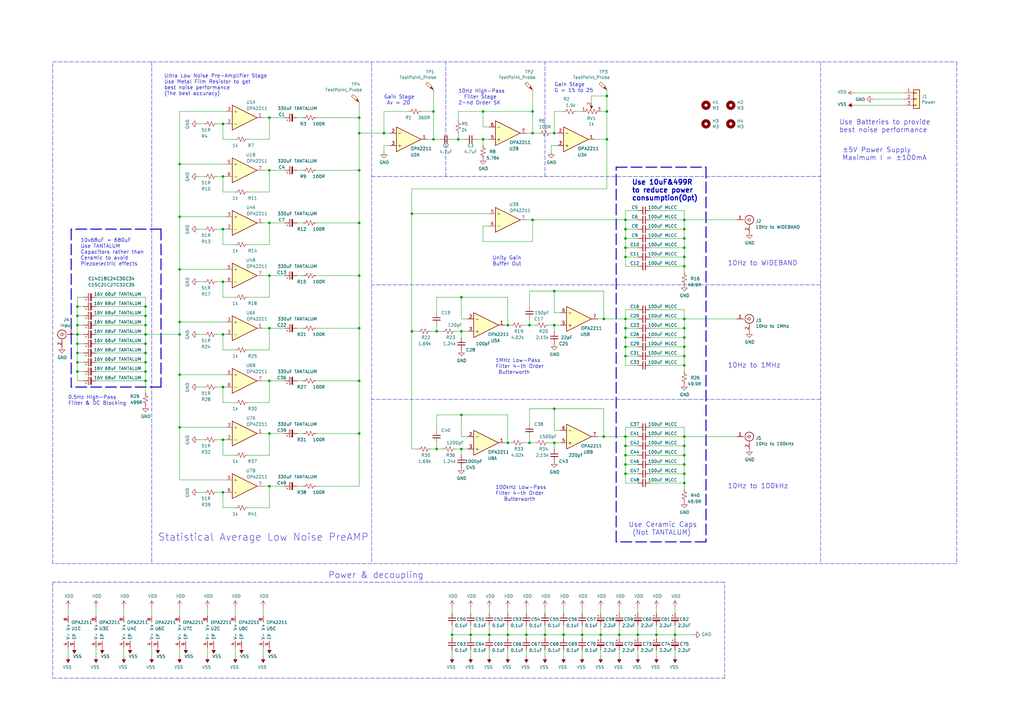
<source format=kicad_sch>
(kicad_sch (version 20211123) (generator eeschema)
  (paper "A3")
  (junction (at 256.54 142.24))
  (junction (at 31.75 125.73))
  (junction (at 280.67 179.07))
  (junction (at 256.54 186.69))
  (junction (at 177.8 57.15))
  (junction (at 256.54 93.98))
  (junction (at 189.23 170.18))
  (junction (at 110.49 156.21))
  (junction (at 198.12 57.15))
  (junction (at 110.49 48.26))
  (junction (at 193.04 260.35))
  (junction (at 110.49 113.03))
  (junction (at 91.44 201.93))
  (junction (at 215.9 260.35))
  (junction (at 168.91 135.89))
  (junction (at 227.33 54.61))
  (junction (at 147.32 54.61))
  (junction (at 91.44 50.8))
  (junction (at 280.67 194.31))
  (junction (at 238.76 260.35))
  (junction (at 208.28 260.35))
  (junction (at 59.69 152.4))
  (junction (at 110.49 69.85))
  (junction (at 280.67 146.05))
  (junction (at 189.23 184.15))
  (junction (at 31.75 144.78))
  (junction (at 31.75 148.59))
  (junction (at 256.54 130.81))
  (junction (at 91.44 158.75))
  (junction (at 189.23 135.89))
  (junction (at 256.54 134.62))
  (junction (at 280.67 93.98))
  (junction (at 256.54 97.79))
  (junction (at 147.32 156.21))
  (junction (at 147.32 113.03))
  (junction (at 200.66 260.35))
  (junction (at 73.66 137.16))
  (junction (at 110.49 91.44))
  (junction (at 208.28 133.35))
  (junction (at 247.65 179.07))
  (junction (at 157.48 54.61))
  (junction (at 91.44 115.57))
  (junction (at 231.14 260.35))
  (junction (at 59.69 144.78))
  (junction (at 256.54 105.41))
  (junction (at 168.91 87.63))
  (junction (at 31.75 129.54))
  (junction (at 31.75 137.16))
  (junction (at 218.44 45.72))
  (junction (at 59.69 129.54))
  (junction (at 31.75 152.4))
  (junction (at 256.54 90.17))
  (junction (at 280.67 142.24))
  (junction (at 218.44 54.61))
  (junction (at 59.69 133.35))
  (junction (at 280.67 134.62))
  (junction (at 59.69 140.97))
  (junction (at 248.92 39.37))
  (junction (at 59.69 137.16))
  (junction (at 147.32 69.85))
  (junction (at 187.96 57.15))
  (junction (at 280.67 109.22))
  (junction (at 280.67 97.79))
  (junction (at 217.17 133.35))
  (junction (at 147.32 91.44))
  (junction (at 248.92 57.15))
  (junction (at 256.54 194.31))
  (junction (at 254 260.35))
  (junction (at 59.69 125.73))
  (junction (at 280.67 138.43))
  (junction (at 256.54 146.05))
  (junction (at 110.49 177.8))
  (junction (at 223.52 260.35))
  (junction (at 280.67 198.12))
  (junction (at 280.67 190.5))
  (junction (at 73.66 132.08))
  (junction (at 217.17 181.61))
  (junction (at 73.66 67.31))
  (junction (at 247.65 130.81))
  (junction (at 59.69 156.21))
  (junction (at 280.67 182.88))
  (junction (at 179.07 135.89))
  (junction (at 91.44 93.98))
  (junction (at 227.33 133.35))
  (junction (at 280.67 90.17))
  (junction (at 256.54 138.43))
  (junction (at 91.44 180.34))
  (junction (at 110.49 199.39))
  (junction (at 73.66 88.9))
  (junction (at 73.66 110.49))
  (junction (at 208.28 181.61))
  (junction (at 31.75 133.35))
  (junction (at 227.33 167.64))
  (junction (at 110.49 134.62))
  (junction (at 248.92 45.72))
  (junction (at 280.67 101.6))
  (junction (at 276.86 260.35))
  (junction (at 227.33 181.61))
  (junction (at 177.8 45.72))
  (junction (at 261.62 260.35))
  (junction (at 218.44 90.17))
  (junction (at 73.66 175.26))
  (junction (at 147.32 48.26))
  (junction (at 189.23 121.92))
  (junction (at 73.66 153.67))
  (junction (at 31.75 140.97))
  (junction (at 256.54 179.07))
  (junction (at 280.67 149.86))
  (junction (at 269.24 260.35))
  (junction (at 91.44 72.39))
  (junction (at 91.44 137.16))
  (junction (at 179.07 184.15))
  (junction (at 59.69 148.59))
  (junction (at 147.32 134.62))
  (junction (at 256.54 101.6))
  (junction (at 198.12 45.72))
  (junction (at 256.54 190.5))
  (junction (at 227.33 119.38))
  (junction (at 185.42 260.35))
  (junction (at 280.67 130.81))
  (junction (at 280.67 105.41))
  (junction (at 280.67 186.69))
  (junction (at 256.54 182.88))
  (junction (at 147.32 177.8))
  (junction (at 246.38 260.35))
  (wire (pts (xy 276.86 266.7) (xy 276.86 269.24)))
  (wire (pts (xy 261.62 198.12) (xy 256.54 198.12)))
  (wire (pts (xy 81.28 93.98) (xy 83.82 93.98)))
  (wire (pts (xy 185.42 260.35) (xy 185.42 261.62)))
  (wire (pts (xy 31.75 129.54) (xy 31.75 133.35)))
  (wire (pts (xy 247.65 179.07) (xy 245.11 179.07)))
  (wire (pts (xy 110.49 121.92) (xy 110.49 113.03)))
  (wire (pts (xy 81.28 115.57) (xy 83.82 115.57)))
  (wire (pts (xy 91.44 208.28) (xy 91.44 201.93)))
  (polyline (pts (xy 21.59 231.14) (xy 21.59 25.4)))
  (polyline (pts (xy 182.88 72.39) (xy 182.88 25.4)))
  (wire (pts (xy 280.67 198.12) (xy 280.67 200.66)))
  (wire (pts (xy 129.54 199.39) (xy 147.32 199.39)))
  (wire (pts (xy 110.49 186.69) (xy 110.49 177.8)))
  (wire (pts (xy 96.52 165.1) (xy 91.44 165.1)))
  (wire (pts (xy 256.54 186.69) (xy 256.54 190.5)))
  (wire (pts (xy 39.37 156.21) (xy 59.69 156.21)))
  (wire (pts (xy 248.92 45.72) (xy 246.38 45.72)))
  (wire (pts (xy 180.34 57.15) (xy 177.8 57.15)))
  (wire (pts (xy 261.62 101.6) (xy 256.54 101.6)))
  (wire (pts (xy 189.23 138.43) (xy 189.23 135.89)))
  (wire (pts (xy 208.28 260.35) (xy 200.66 260.35)))
  (wire (pts (xy 261.62 149.86) (xy 256.54 149.86)))
  (wire (pts (xy 62.23 265.43) (xy 62.23 269.24)))
  (wire (pts (xy 157.48 54.61) (xy 160.02 54.61)))
  (wire (pts (xy 215.9 260.35) (xy 215.9 256.54)))
  (wire (pts (xy 218.44 99.06) (xy 218.44 90.17)))
  (wire (pts (xy 256.54 93.98) (xy 256.54 97.79)))
  (wire (pts (xy 256.54 190.5) (xy 256.54 194.31)))
  (wire (pts (xy 217.17 167.64) (xy 227.33 167.64)))
  (wire (pts (xy 266.7 101.6) (xy 280.67 101.6)))
  (wire (pts (xy 59.69 144.78) (xy 59.69 148.59)))
  (wire (pts (xy 220.98 54.61) (xy 218.44 54.61)))
  (wire (pts (xy 73.66 175.26) (xy 92.71 175.26)))
  (wire (pts (xy 91.44 50.8) (xy 92.71 50.8)))
  (wire (pts (xy 256.54 198.12) (xy 256.54 194.31)))
  (polyline (pts (xy 21.59 278.13) (xy 297.18 278.13)))
  (wire (pts (xy 256.54 146.05) (xy 261.62 146.05)))
  (wire (pts (xy 50.8 265.43) (xy 50.8 269.24)))
  (wire (pts (xy 266.7 190.5) (xy 280.67 190.5)))
  (wire (pts (xy 39.37 265.43) (xy 39.37 269.24)))
  (wire (pts (xy 269.24 266.7) (xy 269.24 269.24)))
  (wire (pts (xy 147.32 48.26) (xy 147.32 54.61)))
  (wire (pts (xy 91.44 115.57) (xy 92.71 115.57)))
  (wire (pts (xy 238.76 266.7) (xy 238.76 269.24)))
  (wire (pts (xy 228.6 54.61) (xy 227.33 54.61)))
  (wire (pts (xy 215.9 251.46) (xy 215.9 248.92)))
  (wire (pts (xy 179.07 135.89) (xy 176.53 135.89)))
  (polyline (pts (xy 66.04 158.75) (xy 29.21 158.75)) (stroke (width 0.4064)))
  (wire (pts (xy 200.66 92.71) (xy 198.12 92.71)))
  (wire (pts (xy 191.77 130.81) (xy 189.23 130.81)))
  (wire (pts (xy 147.32 54.61) (xy 157.48 54.61)))
  (wire (pts (xy 217.17 133.35) (xy 219.71 133.35)))
  (wire (pts (xy 91.44 57.15) (xy 91.44 50.8)))
  (wire (pts (xy 261.62 138.43) (xy 256.54 138.43)))
  (wire (pts (xy 200.66 251.46) (xy 200.66 248.92)))
  (wire (pts (xy 246.38 261.62) (xy 246.38 260.35)))
  (wire (pts (xy 85.09 269.24) (xy 85.09 265.43)))
  (wire (pts (xy 39.37 248.92) (xy 39.37 252.73)))
  (wire (pts (xy 200.66 266.7) (xy 200.66 269.24)))
  (wire (pts (xy 88.9 72.39) (xy 91.44 72.39)))
  (wire (pts (xy 88.9 93.98) (xy 91.44 93.98)))
  (wire (pts (xy 217.17 119.38) (xy 227.33 119.38)))
  (wire (pts (xy 39.37 137.16) (xy 59.69 137.16)))
  (wire (pts (xy 73.66 265.43) (xy 73.66 269.24)))
  (wire (pts (xy 73.66 110.49) (xy 92.71 110.49)))
  (wire (pts (xy 110.49 91.44) (xy 116.84 91.44)))
  (wire (pts (xy 266.7 134.62) (xy 280.67 134.62)))
  (wire (pts (xy 227.33 167.64) (xy 247.65 167.64)))
  (wire (pts (xy 96.52 121.92) (xy 91.44 121.92)))
  (wire (pts (xy 129.54 156.21) (xy 147.32 156.21)))
  (wire (pts (xy 256.54 138.43) (xy 256.54 142.24)))
  (wire (pts (xy 370.84 43.18) (xy 350.52 43.18)))
  (wire (pts (xy 218.44 45.72) (xy 198.12 45.72)))
  (wire (pts (xy 34.29 144.78) (xy 31.75 144.78)))
  (wire (pts (xy 242.57 41.91) (xy 242.57 39.37)))
  (wire (pts (xy 96.52 248.92) (xy 96.52 252.73)))
  (wire (pts (xy 124.46 48.26) (xy 121.92 48.26)))
  (wire (pts (xy 185.42 57.15) (xy 187.96 57.15)))
  (wire (pts (xy 227.33 119.38) (xy 247.65 119.38)))
  (wire (pts (xy 189.23 135.89) (xy 191.77 135.89)))
  (wire (pts (xy 31.75 144.78) (xy 31.75 140.97)))
  (wire (pts (xy 226.06 59.69) (xy 228.6 59.69)))
  (wire (pts (xy 256.54 175.26) (xy 256.54 179.07)))
  (wire (pts (xy 34.29 140.97) (xy 31.75 140.97)))
  (polyline (pts (xy 62.23 25.4) (xy 62.23 231.14)))
  (wire (pts (xy 147.32 199.39) (xy 147.32 177.8)))
  (wire (pts (xy 73.66 110.49) (xy 73.66 132.08)))
  (wire (pts (xy 110.49 48.26) (xy 116.84 48.26)))
  (wire (pts (xy 231.14 260.35) (xy 231.14 256.54)))
  (wire (pts (xy 185.42 266.7) (xy 185.42 269.24)))
  (wire (pts (xy 91.44 137.16) (xy 92.71 137.16)))
  (wire (pts (xy 238.76 261.62) (xy 238.76 260.35)))
  (wire (pts (xy 246.38 251.46) (xy 246.38 248.92)))
  (wire (pts (xy 226.06 62.23) (xy 226.06 59.69)))
  (wire (pts (xy 256.54 179.07) (xy 256.54 182.88)))
  (wire (pts (xy 269.24 260.35) (xy 261.62 260.35)))
  (wire (pts (xy 261.62 93.98) (xy 256.54 93.98)))
  (wire (pts (xy 302.26 90.17) (xy 280.67 90.17)))
  (wire (pts (xy 167.64 45.72) (xy 157.48 45.72)))
  (wire (pts (xy 96.52 57.15) (xy 91.44 57.15)))
  (wire (pts (xy 34.29 129.54) (xy 31.75 129.54)))
  (wire (pts (xy 110.49 113.03) (xy 107.95 113.03)))
  (wire (pts (xy 229.87 133.35) (xy 227.33 133.35)))
  (wire (pts (xy 266.7 146.05) (xy 280.67 146.05)))
  (wire (pts (xy 110.49 78.74) (xy 110.49 69.85)))
  (polyline (pts (xy 223.52 72.39) (xy 223.52 25.4)))
  (wire (pts (xy 266.7 90.17) (xy 280.67 90.17)))
  (wire (pts (xy 124.46 177.8) (xy 121.92 177.8)))
  (wire (pts (xy 31.75 148.59) (xy 31.75 144.78)))
  (polyline (pts (xy 66.04 93.98) (xy 66.04 158.75)) (stroke (width 0.4064)))
  (wire (pts (xy 302.26 179.07) (xy 280.67 179.07)))
  (wire (pts (xy 350.52 38.1) (xy 370.84 38.1)))
  (wire (pts (xy 248.92 57.15) (xy 248.92 77.47)))
  (wire (pts (xy 218.44 90.17) (xy 256.54 90.17)))
  (wire (pts (xy 73.66 45.72) (xy 73.66 67.31)))
  (wire (pts (xy 284.48 260.35) (xy 276.86 260.35)))
  (wire (pts (xy 34.29 125.73) (xy 31.75 125.73)))
  (wire (pts (xy 200.66 260.35) (xy 193.04 260.35)))
  (wire (pts (xy 110.49 156.21) (xy 107.95 156.21)))
  (wire (pts (xy 217.17 179.07) (xy 217.17 181.61)))
  (wire (pts (xy 181.61 184.15) (xy 179.07 184.15)))
  (wire (pts (xy 198.12 57.15) (xy 195.58 57.15)))
  (wire (pts (xy 261.62 90.17) (xy 256.54 90.17)))
  (wire (pts (xy 81.28 137.16) (xy 83.82 137.16)))
  (wire (pts (xy 261.62 134.62) (xy 256.54 134.62)))
  (wire (pts (xy 73.66 45.72) (xy 92.71 45.72)))
  (wire (pts (xy 280.67 109.22) (xy 280.67 111.76)))
  (wire (pts (xy 280.67 101.6) (xy 280.67 97.79)))
  (wire (pts (xy 217.17 181.61) (xy 219.71 181.61)))
  (wire (pts (xy 280.67 149.86) (xy 280.67 146.05)))
  (wire (pts (xy 193.04 260.35) (xy 193.04 256.54)))
  (wire (pts (xy 208.28 266.7) (xy 208.28 269.24)))
  (wire (pts (xy 246.38 266.7) (xy 246.38 269.24)))
  (wire (pts (xy 157.48 59.69) (xy 160.02 59.69)))
  (wire (pts (xy 34.29 156.21) (xy 31.75 156.21)))
  (wire (pts (xy 189.23 184.15) (xy 191.77 184.15)))
  (wire (pts (xy 248.92 36.83) (xy 248.92 39.37)))
  (wire (pts (xy 177.8 45.72) (xy 172.72 45.72)))
  (wire (pts (xy 31.75 121.92) (xy 31.75 125.73)))
  (wire (pts (xy 208.28 261.62) (xy 208.28 260.35)))
  (wire (pts (xy 124.46 113.03) (xy 121.92 113.03)))
  (wire (pts (xy 280.67 93.98) (xy 280.67 90.17)))
  (wire (pts (xy 280.67 142.24) (xy 280.67 138.43)))
  (wire (pts (xy 110.49 199.39) (xy 107.95 199.39)))
  (wire (pts (xy 88.9 158.75) (xy 91.44 158.75)))
  (wire (pts (xy 231.14 266.7) (xy 231.14 269.24)))
  (wire (pts (xy 91.44 201.93) (xy 92.71 201.93)))
  (wire (pts (xy 231.14 260.35) (xy 223.52 260.35)))
  (wire (pts (xy 261.62 260.35) (xy 254 260.35)))
  (wire (pts (xy 269.24 261.62) (xy 269.24 260.35)))
  (wire (pts (xy 261.62 182.88) (xy 256.54 182.88)))
  (wire (pts (xy 280.67 175.26) (xy 266.7 175.26)))
  (wire (pts (xy 85.09 248.92) (xy 85.09 252.73)))
  (wire (pts (xy 110.49 199.39) (xy 116.84 199.39)))
  (wire (pts (xy 256.54 149.86) (xy 256.54 146.05)))
  (polyline (pts (xy 29.21 93.98) (xy 29.21 158.75)) (stroke (width 0.4064)))
  (wire (pts (xy 246.38 260.35) (xy 238.76 260.35)))
  (wire (pts (xy 96.52 208.28) (xy 91.44 208.28)))
  (wire (pts (xy 157.48 62.23) (xy 157.48 59.69)))
  (polyline (pts (xy 252.73 68.58) (xy 289.56 68.58)) (stroke (width 0.4064)))
  (wire (pts (xy 280.67 194.31) (xy 280.67 190.5)))
  (wire (pts (xy 81.28 158.75) (xy 83.82 158.75)))
  (wire (pts (xy 269.24 260.35) (xy 269.24 256.54)))
  (wire (pts (xy 73.66 132.08) (xy 73.66 137.16)))
  (wire (pts (xy 107.95 248.92) (xy 107.95 252.73)))
  (wire (pts (xy 256.54 109.22) (xy 256.54 105.41)))
  (wire (pts (xy 358.14 40.64) (xy 370.84 40.64)))
  (wire (pts (xy 168.91 184.15) (xy 171.45 184.15)))
  (wire (pts (xy 254 261.62) (xy 254 260.35)))
  (wire (pts (xy 110.49 100.33) (xy 110.49 91.44)))
  (wire (pts (xy 39.37 125.73) (xy 59.69 125.73)))
  (wire (pts (xy 189.23 186.69) (xy 189.23 184.15)))
  (wire (pts (xy 110.49 177.8) (xy 107.95 177.8)))
  (wire (pts (xy 200.66 260.35) (xy 200.66 256.54)))
  (wire (pts (xy 73.66 88.9) (xy 92.71 88.9)))
  (wire (pts (xy 200.66 261.62) (xy 200.66 260.35)))
  (wire (pts (xy 261.62 142.24) (xy 256.54 142.24)))
  (wire (pts (xy 280.67 179.07) (xy 280.67 175.26)))
  (wire (pts (xy 187.96 57.15) (xy 190.5 57.15)))
  (wire (pts (xy 256.54 127) (xy 256.54 130.81)))
  (wire (pts (xy 238.76 260.35) (xy 231.14 260.35)))
  (wire (pts (xy 208.28 121.92) (xy 208.28 133.35)))
  (wire (pts (xy 110.49 134.62) (xy 107.95 134.62)))
  (wire (pts (xy 266.7 109.22) (xy 280.67 109.22)))
  (wire (pts (xy 256.54 182.88) (xy 256.54 186.69)))
  (wire (pts (xy 59.69 137.16) (xy 73.66 137.16)))
  (wire (pts (xy 261.62 109.22) (xy 256.54 109.22)))
  (wire (pts (xy 261.62 179.07) (xy 256.54 179.07)))
  (wire (pts (xy 129.54 91.44) (xy 147.32 91.44)))
  (wire (pts (xy 124.46 69.85) (xy 121.92 69.85)))
  (wire (pts (xy 31.75 152.4) (xy 31.75 148.59)))
  (wire (pts (xy 280.67 134.62) (xy 280.67 130.81)))
  (wire (pts (xy 266.7 182.88) (xy 280.67 182.88)))
  (wire (pts (xy 168.91 77.47) (xy 168.91 87.63)))
  (wire (pts (xy 198.12 52.07) (xy 198.12 45.72)))
  (wire (pts (xy 280.67 182.88) (xy 280.67 179.07)))
  (wire (pts (xy 266.7 149.86) (xy 280.67 149.86)))
  (wire (pts (xy 101.6 121.92) (xy 110.49 121.92)))
  (wire (pts (xy 185.42 248.92) (xy 185.42 251.46)))
  (wire (pts (xy 179.07 121.92) (xy 189.23 121.92)))
  (wire (pts (xy 101.6 100.33) (xy 110.49 100.33)))
  (wire (pts (xy 261.62 260.35) (xy 261.62 256.54)))
  (wire (pts (xy 208.28 133.35) (xy 207.01 133.35)))
  (wire (pts (xy 39.37 129.54) (xy 59.69 129.54)))
  (wire (pts (xy 256.54 134.62) (xy 256.54 138.43)))
  (wire (pts (xy 218.44 54.61) (xy 218.44 45.72)))
  (wire (pts (xy 31.75 125.73) (xy 31.75 129.54)))
  (polyline (pts (xy 252.73 222.25) (xy 252.73 68.58)) (stroke (width 0.4064)))
  (wire (pts (xy 96.52 186.69) (xy 91.44 186.69)))
  (wire (pts (xy 218.44 90.17) (xy 215.9 90.17)))
  (wire (pts (xy 81.28 201.93) (xy 83.82 201.93)))
  (wire (pts (xy 31.75 140.97) (xy 31.75 137.16)))
  (wire (pts (xy 96.52 100.33) (xy 91.44 100.33)))
  (wire (pts (xy 280.67 149.86) (xy 280.67 152.4)))
  (wire (pts (xy 208.28 181.61) (xy 207.01 181.61)))
  (wire (pts (xy 302.26 130.81) (xy 280.67 130.81)))
  (wire (pts (xy 247.65 130.81) (xy 245.11 130.81)))
  (wire (pts (xy 101.6 78.74) (xy 110.49 78.74)))
  (wire (pts (xy 217.17 125.73) (xy 217.17 119.38)))
  (wire (pts (xy 110.49 91.44) (xy 107.95 91.44)))
  (wire (pts (xy 280.67 186.69) (xy 280.67 182.88)))
  (wire (pts (xy 39.37 133.35) (xy 59.69 133.35)))
  (wire (pts (xy 266.7 130.81) (xy 280.67 130.81)))
  (wire (pts (xy 280.67 86.36) (xy 266.7 86.36)))
  (wire (pts (xy 227.33 133.35) (xy 224.79 133.35)))
  (wire (pts (xy 177.8 57.15) (xy 177.8 45.72)))
  (wire (pts (xy 110.49 177.8) (xy 116.84 177.8)))
  (wire (pts (xy 227.33 184.15) (xy 227.33 181.61)))
  (wire (pts (xy 101.6 165.1) (xy 110.49 165.1)))
  (wire (pts (xy 256.54 142.24) (xy 256.54 146.05)))
  (wire (pts (xy 101.6 143.51) (xy 110.49 143.51)))
  (wire (pts (xy 110.49 48.26) (xy 107.95 48.26)))
  (wire (pts (xy 269.24 251.46) (xy 269.24 248.92)))
  (wire (pts (xy 280.67 90.17) (xy 280.67 86.36)))
  (wire (pts (xy 227.33 176.53) (xy 227.33 167.64)))
  (wire (pts (xy 191.77 179.07) (xy 189.23 179.07)))
  (wire (pts (xy 179.07 176.53) (xy 179.07 170.18)))
  (wire (pts (xy 208.28 170.18) (xy 208.28 181.61)))
  (wire (pts (xy 187.96 54.61) (xy 187.96 57.15)))
  (wire (pts (xy 124.46 156.21) (xy 121.92 156.21)))
  (wire (pts (xy 227.33 135.89) (xy 227.33 133.35)))
  (wire (pts (xy 147.32 91.44) (xy 147.32 113.03)))
  (wire (pts (xy 73.66 153.67) (xy 73.66 175.26)))
  (polyline (pts (xy 392.43 231.14) (xy 21.59 231.14)))
  (wire (pts (xy 34.29 152.4) (xy 31.75 152.4)))
  (wire (pts (xy 223.52 260.35) (xy 223.52 256.54)))
  (wire (pts (xy 185.42 256.54) (xy 185.42 260.35)))
  (wire (pts (xy 261.62 97.79) (xy 256.54 97.79)))
  (wire (pts (xy 39.37 140.97) (xy 59.69 140.97)))
  (wire (pts (xy 229.87 128.27) (xy 227.33 128.27)))
  (wire (pts (xy 280.67 105.41) (xy 280.67 101.6)))
  (wire (pts (xy 124.46 199.39) (xy 121.92 199.39)))
  (wire (pts (xy 209.55 181.61) (xy 208.28 181.61)))
  (wire (pts (xy 179.07 184.15) (xy 176.53 184.15)))
  (polyline (pts (xy 336.55 116.84) (xy 152.4 116.84)))
  (wire (pts (xy 229.87 181.61) (xy 227.33 181.61)))
  (wire (pts (xy 31.75 137.16) (xy 30.48 137.16)))
  (wire (pts (xy 208.28 260.35) (xy 208.28 256.54)))
  (wire (pts (xy 73.66 67.31) (xy 92.71 67.31)))
  (wire (pts (xy 147.32 41.91) (xy 147.32 48.26)))
  (wire (pts (xy 248.92 77.47) (xy 168.91 77.47)))
  (wire (pts (xy 280.67 97.79) (xy 280.67 93.98)))
  (wire (pts (xy 261.62 190.5) (xy 256.54 190.5)))
  (wire (pts (xy 247.65 130.81) (xy 256.54 130.81)))
  (wire (pts (xy 261.62 266.7) (xy 261.62 269.24)))
  (wire (pts (xy 129.54 48.26) (xy 147.32 48.26)))
  (wire (pts (xy 214.63 133.35) (xy 217.17 133.35)))
  (wire (pts (xy 189.23 170.18) (xy 208.28 170.18)))
  (wire (pts (xy 256.54 86.36) (xy 256.54 90.17)))
  (wire (pts (xy 280.67 198.12) (xy 280.67 194.31)))
  (wire (pts (xy 223.52 251.46) (xy 223.52 248.92)))
  (wire (pts (xy 110.49 156.21) (xy 116.84 156.21)))
  (wire (pts (xy 217.17 130.81) (xy 217.17 133.35)))
  (wire (pts (xy 124.46 134.62) (xy 121.92 134.62)))
  (wire (pts (xy 110.49 143.51) (xy 110.49 134.62)))
  (polyline (pts (xy 336.55 163.83) (xy 152.4 163.83)))
  (wire (pts (xy 266.7 97.79) (xy 280.67 97.79)))
  (wire (pts (xy 276.86 261.62) (xy 276.86 260.35)))
  (wire (pts (xy 266.7 105.41) (xy 280.67 105.41)))
  (wire (pts (xy 189.23 179.07) (xy 189.23 170.18)))
  (wire (pts (xy 247.65 167.64) (xy 247.65 179.07)))
  (wire (pts (xy 223.52 260.35) (xy 215.9 260.35)))
  (wire (pts (xy 193.04 251.46) (xy 193.04 248.92)))
  (wire (pts (xy 179.07 133.35) (xy 179.07 135.89)))
  (wire (pts (xy 39.37 152.4) (xy 59.69 152.4)))
  (wire (pts (xy 256.54 101.6) (xy 256.54 105.41)))
  (wire (pts (xy 266.7 194.31) (xy 280.67 194.31)))
  (wire (pts (xy 276.86 251.46) (xy 276.86 248.92)))
  (wire (pts (xy 214.63 181.61) (xy 217.17 181.61)))
  (polyline (pts (xy 297.18 238.76) (xy 21.59 238.76)))
  (wire (pts (xy 73.66 248.92) (xy 73.66 252.73)))
  (wire (pts (xy 261.62 127) (xy 256.54 127)))
  (wire (pts (xy 261.62 261.62) (xy 261.62 260.35)))
  (wire (pts (xy 179.07 170.18) (xy 189.23 170.18)))
  (wire (pts (xy 227.33 54.61) (xy 226.06 54.61)))
  (polyline (pts (xy 152.4 72.39) (xy 336.55 72.39)))
  (wire (pts (xy 73.66 137.16) (xy 73.66 153.67)))
  (wire (pts (xy 110.49 69.85) (xy 116.84 69.85)))
  (wire (pts (xy 280.67 105.41) (xy 280.67 109.22)))
  (wire (pts (xy 81.28 72.39) (xy 83.82 72.39)))
  (polyline (pts (xy 152.4 25.4) (xy 152.4 231.14)))
  (wire (pts (xy 243.84 57.15) (xy 248.92 57.15)))
  (wire (pts (xy 280.67 138.43) (xy 280.67 134.62)))
  (wire (pts (xy 81.28 180.34) (xy 83.82 180.34)))
  (wire (pts (xy 73.66 88.9) (xy 73.66 110.49)))
  (wire (pts (xy 73.66 132.08) (xy 92.71 132.08)))
  (wire (pts (xy 256.54 97.79) (xy 256.54 101.6)))
  (wire (pts (xy 91.44 121.92) (xy 91.44 115.57)))
  (wire (pts (xy 193.04 266.7) (xy 193.04 269.24)))
  (wire (pts (xy 215.9 261.62) (xy 215.9 260.35)))
  (wire (pts (xy 218.44 36.83) (xy 218.44 45.72)))
  (wire (pts (xy 215.9 260.35) (xy 208.28 260.35)))
  (wire (pts (xy 223.52 261.62) (xy 223.52 260.35)))
  (wire (pts (xy 101.6 57.15) (xy 110.49 57.15)))
  (wire (pts (xy 181.61 135.89) (xy 179.07 135.89)))
  (wire (pts (xy 88.9 137.16) (xy 91.44 137.16)))
  (polyline (pts (xy 336.55 25.4) (xy 336.55 231.14)))
  (wire (pts (xy 254 266.7) (xy 254 269.24)))
  (wire (pts (xy 91.44 165.1) (xy 91.44 158.75)))
  (wire (pts (xy 39.37 144.78) (xy 59.69 144.78)))
  (wire (pts (xy 238.76 260.35) (xy 238.76 256.54)))
  (polyline (pts (xy 297.18 278.13) (xy 297.18 238.76)))
  (wire (pts (xy 168.91 135.89) (xy 171.45 135.89)))
  (wire (pts (xy 261.62 86.36) (xy 256.54 86.36)))
  (wire (pts (xy 248.92 39.37) (xy 248.92 45.72)))
  (wire (pts (xy 261.62 186.69) (xy 256.54 186.69)))
  (wire (pts (xy 96.52 143.51) (xy 91.44 143.51)))
  (wire (pts (xy 189.23 121.92) (xy 208.28 121.92)))
  (wire (pts (xy 256.54 130.81) (xy 256.54 134.62)))
  (wire (pts (xy 186.69 184.15) (xy 189.23 184.15)))
  (wire (pts (xy 238.76 45.72) (xy 236.22 45.72)))
  (wire (pts (xy 96.52 78.74) (xy 91.44 78.74)))
  (wire (pts (xy 91.44 180.34) (xy 92.71 180.34)))
  (wire (pts (xy 254 260.35) (xy 254 256.54)))
  (wire (pts (xy 261.62 175.26) (xy 256.54 175.26)))
  (wire (pts (xy 280.67 190.5) (xy 280.67 186.69)))
  (wire (pts (xy 231.14 261.62) (xy 231.14 260.35)))
  (wire (pts (xy 110.49 69.85) (xy 107.95 69.85)))
  (wire (pts (xy 101.6 208.28) (xy 110.49 208.28)))
  (wire (pts (xy 266.7 198.12) (xy 280.67 198.12)))
  (polyline (pts (xy 66.04 93.98) (xy 29.21 93.98)) (stroke (width 0.4064)))
  (wire (pts (xy 88.9 50.8) (xy 91.44 50.8)))
  (wire (pts (xy 246.38 260.35) (xy 246.38 256.54)))
  (wire (pts (xy 88.9 201.93) (xy 91.44 201.93)))
  (wire (pts (xy 91.44 78.74) (xy 91.44 72.39)))
  (wire (pts (xy 107.95 269.24) (xy 107.95 265.43)))
  (wire (pts (xy 261.62 251.46) (xy 261.62 248.92)))
  (polyline (pts (xy 21.59 238.76) (xy 21.59 278.13)))
  (polyline (pts (xy 289.56 68.58) (xy 289.56 222.25)) (stroke (width 0.4064)))
  (wire (pts (xy 280.67 127) (xy 266.7 127)))
  (wire (pts (xy 266.7 138.43) (xy 280.67 138.43)))
  (wire (pts (xy 147.32 134.62) (xy 147.32 156.21)))
  (wire (pts (xy 147.32 113.03) (xy 147.32 134.62)))
  (wire (pts (xy 59.69 125.73) (xy 59.69 129.54)))
  (wire (pts (xy 231.14 45.72) (xy 227.33 45.72)))
  (wire (pts (xy 91.44 186.69) (xy 91.44 180.34)))
  (wire (pts (xy 238.76 251.46) (xy 238.76 248.92)))
  (wire (pts (xy 168.91 87.63) (xy 168.91 135.89)))
  (wire (pts (xy 81.28 50.8) (xy 83.82 50.8)))
  (wire (pts (xy 217.17 173.99) (xy 217.17 167.64)))
  (wire (pts (xy 198.12 92.71) (xy 198.12 99.06)))
  (wire (pts (xy 177.8 36.83) (xy 177.8 45.72)))
  (wire (pts (xy 261.62 130.81) (xy 256.54 130.81)))
  (wire (pts (xy 256.54 105.41) (xy 261.62 105.41)))
  (wire (pts (xy 110.49 57.15) (xy 110.49 48.26)))
  (wire (pts (xy 27.94 248.92) (xy 27.94 252.73)))
  (wire (pts (xy 88.9 180.34) (xy 91.44 180.34)))
  (wire (pts (xy 73.66 67.31) (xy 73.66 88.9)))
  (wire (pts (xy 256.54 90.17) (xy 256.54 93.98)))
  (wire (pts (xy 34.29 133.35) (xy 31.75 133.35)))
  (wire (pts (xy 91.44 72.39) (xy 92.71 72.39)))
  (wire (pts (xy 179.07 128.27) (xy 179.07 121.92)))
  (wire (pts (xy 59.69 133.35) (xy 59.69 137.16)))
  (wire (pts (xy 129.54 113.03) (xy 147.32 113.03)))
  (wire (pts (xy 31.75 156.21) (xy 31.75 152.4)))
  (wire (pts (xy 231.14 251.46) (xy 231.14 248.92)))
  (wire (pts (xy 110.49 165.1) (xy 110.49 156.21)))
  (wire (pts (xy 73.66 175.26) (xy 73.66 196.85)))
  (wire (pts (xy 227.33 45.72) (xy 227.33 54.61)))
  (wire (pts (xy 110.49 134.62) (xy 116.84 134.62)))
  (wire (pts (xy 247.65 119.38) (xy 247.65 130.81)))
  (wire (pts (xy 62.23 248.92) (xy 62.23 252.73)))
  (wire (pts (xy 254 260.35) (xy 246.38 260.35)))
  (wire (pts (xy 198.12 45.72) (xy 187.96 45.72)))
  (polyline (pts (xy 21.59 25.4) (xy 392.43 25.4)))
  (wire (pts (xy 209.55 133.35) (xy 208.28 133.35)))
  (wire (pts (xy 266.7 179.07) (xy 280.67 179.07)))
  (wire (pts (xy 50.8 248.92) (xy 50.8 252.73)))
  (wire (pts (xy 39.37 121.92) (xy 59.69 121.92)))
  (wire (pts (xy 59.69 137.16) (xy 59.69 140.97)))
  (wire (pts (xy 27.94 265.43) (xy 27.94 269.24)))
  (wire (pts (xy 129.54 177.8) (xy 147.32 177.8)))
  (wire (pts (xy 59.69 148.59) (xy 59.69 152.4)))
  (wire (pts (xy 223.52 266.7) (xy 223.52 269.24)))
  (wire (pts (xy 34.29 137.16) (xy 31.75 137.16)))
  (wire (pts (xy 88.9 115.57) (xy 91.44 115.57)))
  (wire (pts (xy 242.57 39.37) (xy 248.92 39.37)))
  (wire (pts (xy 266.7 186.69) (xy 280.67 186.69)))
  (wire (pts (xy 187.96 45.72) (xy 187.96 49.53)))
  (wire (pts (xy 59.69 152.4) (xy 59.69 156.21)))
  (polyline (pts (xy 289.56 222.25) (xy 252.73 222.25)) (stroke (width 0.4064)))
  (wire (pts (xy 229.87 176.53) (xy 227.33 176.53)))
  (wire (pts (xy 101.6 186.69) (xy 110.49 186.69)))
  (wire (pts (xy 185.42 260.35) (xy 193.04 260.35)))
  (wire (pts (xy 168.91 135.89) (xy 168.91 184.15)))
  (wire (pts (xy 269.24 260.35) (xy 276.86 260.35)))
  (wire (pts (xy 208.28 251.46) (xy 208.28 248.92)))
  (wire (pts (xy 198.12 99.06) (xy 218.44 99.06)))
  (wire (pts (xy 189.23 130.81) (xy 189.23 121.92)))
  (wire (pts (xy 110.49 113.03) (xy 116.84 113.03)))
  (polyline (pts (xy 392.43 25.4) (xy 392.43 231.14)))
  (wire (pts (xy 34.29 148.59) (xy 31.75 148.59)))
  (wire (pts (xy 276.86 260.35) (xy 276.86 256.54)))
  (wire (pts (xy 31.75 133.35) (xy 31.75 137.16)))
  (wire (pts (xy 91.44 100.33) (xy 91.44 93.98)))
  (wire (pts (xy 266.7 93.98) (xy 280.67 93.98)))
  (wire (pts (xy 186.69 135.89) (xy 189.23 135.89)))
  (wire (pts (xy 91.44 93.98) (xy 92.71 93.98)))
  (wire (pts (xy 129.54 69.85) (xy 147.32 69.85)))
  (wire (pts (xy 34.29 121.92) (xy 31.75 121.92)))
  (wire (pts (xy 280.67 130.81) (xy 280.67 127)))
  (wire (pts (xy 73.66 196.85) (xy 92.71 196.85)))
  (wire (pts (xy 59.69 121.92) (xy 59.69 125.73)))
  (wire (pts (xy 91.44 158.75) (xy 92.71 158.75)))
  (wire (pts (xy 248.92 57.15) (xy 248.92 45.72)))
  (wire (pts (xy 266.7 142.24) (xy 280.67 142.24)))
  (wire (pts (xy 59.69 140.97) (xy 59.69 144.78)))
  (wire (pts (xy 198.12 59.69) (xy 198.12 57.15)))
  (wire (pts (xy 96.52 265.43) (xy 96.52 269.24)))
  (wire (pts (xy 247.65 179.07) (xy 256.54 179.07)))
  (wire (pts (xy 175.26 57.15) (xy 177.8 57.15)))
  (wire (pts (xy 215.9 54.61) (xy 218.44 54.61)))
  (wire (pts (xy 39.37 148.59) (xy 59.69 148.59)))
  (wire (pts (xy 254 251.46) (xy 254 248.92)))
  (wire (pts (xy 129.54 134.62) (xy 147.32 134.62)))
  (wire (pts (xy 59.69 129.54) (xy 59.69 133.35)))
  (wire (pts (xy 73.66 153.67) (xy 92.71 153.67)))
  (wire (pts (xy 59.69 156.21) (xy 59.69 161.29)))
  (wire (pts (xy 193.04 261.62) (xy 193.04 260.35)))
  (wire (pts (xy 215.9 266.7) (xy 215.9 269.24)))
  (wire (pts (xy 124.46 91.44) (xy 121.92 91.44)))
  (wire (pts (xy 256.54 194.31) (xy 261.62 194.31)))
  (wire (pts (xy 200.66 57.15) (xy 198.12 57.15)))
  (wire (pts (xy 280.67 146.05) (xy 280.67 142.24)))
  (wire (pts (xy 157.48 45.72) (xy 157.48 54.61)))
  (wire (pts (xy 227.33 181.61) (xy 224.79 181.61)))
  (wire (pts (xy 110.49 208.28) (xy 110.49 199.39)))
  (wire (pts (xy 179.07 181.61) (xy 179.07 184.15)))
  (wire (pts (xy 147.32 54.61) (xy 147.32 69.85)))
  (wire (pts (xy 147.32 156.21) (xy 147.32 177.8)))
  (wire (pts (xy 200.66 52.07) (xy 198.12 52.07)))
  (wire (pts (xy 227.33 128.27) (xy 227.33 119.38)))
  (wire (pts (xy 91.44 143.51) (xy 91.44 137.16)))
  (wire (pts (xy 168.91 87.63) (xy 200.66 87.63)))
  (wire (pts (xy 147.32 69.85) (xy 147.32 91.44)))
  (text "100kHz Low-Pass\nFilter 4-th Order\n   Butterworth" (at 203.2 205.74 0) (effects (font (size 1.4986 1.4986)) (justify left bottom)))
  (text "Use 10uF&499R\nto reduce power\nconsumption(Opt)" (at 259.08 82.55 0) (effects (font (size 2.0066 2.0066) (thickness 0.4013) bold) (justify left bottom)))
  (text "0.5Hz High-Pass\nFilter & DC Blocking" (at 27.94 166.37 0) (effects (font (size 1.4986 1.4986)) (justify left bottom)))
  (text "10x68uF = 680uF\nUse TANTALUM \nCapacitors rather than\nCeramic to avoid \nPiezoelectric effects" (at 33.02 109.22 0) (effects (font (size 1.4986 1.4986)) (justify left bottom)))
  (text "Statistical Average Low Noise PreAMP" (at 64.77 222.25 0) (effects (font (size 3 3)) (justify left bottom)))
  (text "1MHz Low-Pass\nFilter 4-th Order\n Butterworth" (at 203.2 153.67 0) (effects (font (size 1.4986 1.4986)) (justify left bottom)))
  (text "10Hz to 100kHz" (at 298.45 200.66 0) (effects (font (size 2.0066 2.0066)) (justify left bottom)))
  (text "10Hz High-Pass\n  Filter Stage\n2-nd Order SK" (at 187.96 43.18 0) (effects (font (size 1.4986 1.4986)) (justify left bottom)))
  (text "Power & decoupling" (at 134.62 237.49 0) (effects (font (size 2.54 2.54)) (justify left bottom)))
  (text "Unity Gain\nBuffer Out" (at 201.93 109.22 0) (effects (font (size 1.4986 1.4986)) (justify left bottom)))
  (text "Use Batteries to provide\nbest noise performance" (at 344.17 54.61 0) (effects (font (size 2.0066 2.0066)) (justify left bottom)))
  (text "Ultra Low Noise Pre-Amplifier Stage\nUse Metal Film Resistor to get \nbest noise performance\n(The best accuracy)" (at 67.31 39.37 0) (effects (font (size 1.4986 1.4986)) (justify left bottom)))
  (text "10Hz to 1MHz" (at 298.45 151.13 0) (effects (font (size 2.0066 2.0066)) (justify left bottom)))
  (text "±5V Power Supply\nMaximum I = ±100mA" (at 345.44 66.04 0) (effects (font (size 2.0066 2.0066)) (justify left bottom)))
  (text "10Hz to WIDEBAND" (at 298.45 109.22 0) (effects (font (size 2.0066 2.0066)) (justify left bottom)))
  (text "Use Ceramic Caps\n (Not TANTALUM)" (at 257.81 219.71 0) (effects (font (size 2.0066 2.0066)) (justify left bottom)))
  (text "Gain Stage\nG = 15 to 25" (at 227.33 38.1 0) (effects (font (size 1.4986 1.4986)) (justify left bottom)))
  (text "Gain Stage\n Av = 20" (at 157.48 43.18 0) (effects (font (size 1.4986 1.4986)) (justify left bottom)))
  (symbol (lib_id "Connector:Conn_Coaxial") (at 25.4 137.16 0) (mirror y) (unit 1)
    (property "Reference" "J4" (at 27.2288 131.1148 0))
    (property "Value" "Input" (at 27.2288 133.4262 0))
    (property "Footprint" "Connector_Coaxial:U.FL_Molex_MCRF_73412-0110_Vertical" (effects hide))
    (property "Datasheet" " ~" (effects hide))
  )
  (symbol (lib_id "power:GND") (at 25.4 142.24 0) (unit 1)
    (property "Reference" "#PWR016" (effects hide))
    (property "Value" "GND" (at 25.527 146.6342 0))
  )
  (symbol (lib_id "Device:CP_Small") (at 36.83 121.92 90) (unit 1)
    (property "Reference" "C14" (at 38.1 114.3 90))
    (property "Value" "16V 68uF TANTALUM" (at 48.26 120.65 90))
    (property "Footprint" "Capacitor_Tantalum_SMD:CP_EIA-6032-20_AVX-F" (effects hide))
  )
  (symbol (lib_id "Device:CP_Small") (at 254 264.16 0) (unit 1)
    (property "Reference" "C72" (at 257.81 264.16 0))
    (property "Value" "2.2uF" (at 257.81 266.7 0))
    (property "Footprint" "Capacitor_Tantalum_SMD:CP_EIA-3216-10_Kemet-I" (effects hide))
  )
  (symbol (lib_id "Device:CP_Small") (at 261.62 264.16 0) (unit 1)
    (property "Reference" "C73" (at 265.43 264.16 0))
    (property "Value" "2.2uF" (at 265.43 266.7 0))
    (property "Footprint" "Capacitor_Tantalum_SMD:CP_EIA-3216-10_Kemet-I" (effects hide))
  )
  (symbol (lib_id "Device:CP_Small") (at 269.24 264.16 0) (unit 1)
    (property "Reference" "C74" (at 273.05 264.16 0))
    (property "Value" "2.2uF" (at 273.05 266.7 0))
    (property "Footprint" "Capacitor_Tantalum_SMD:CP_EIA-3216-10_Kemet-I" (effects hide))
  )
  (symbol (lib_id "Device:CP_Small") (at 276.86 264.16 0) (unit 1)
    (property "Reference" "C75" (at 280.67 264.16 0))
    (property "Value" "2.2uF" (at 280.67 266.7 0))
    (property "Footprint" "Capacitor_Tantalum_SMD:CP_EIA-3216-10_Kemet-I" (effects hide))
  )
  (symbol (lib_id "Device:CP_Small") (at 276.86 254 0) (unit 1)
    (property "Reference" "C62" (at 280.67 254 0))
    (property "Value" "2.2uF" (at 280.67 256.54 0))
    (property "Footprint" "Capacitor_Tantalum_SMD:CP_EIA-3216-10_Kemet-I" (effects hide))
  )
  (symbol (lib_id "Device:CP_Small") (at 269.24 254 0) (unit 1)
    (property "Reference" "C61" (at 273.05 254 0))
    (property "Value" "2.2uF" (at 273.05 256.54 0))
    (property "Footprint" "Capacitor_Tantalum_SMD:CP_EIA-3216-10_Kemet-I" (effects hide))
  )
  (symbol (lib_id "Device:CP_Small") (at 261.62 254 0) (unit 1)
    (property "Reference" "C60" (at 265.43 254 0))
    (property "Value" "2.2uF" (at 265.43 256.54 0))
    (property "Footprint" "Capacitor_Tantalum_SMD:CP_EIA-3216-10_Kemet-I" (effects hide))
  )
  (symbol (lib_id "Device:CP_Small") (at 254 254 0) (unit 1)
    (property "Reference" "C59" (at 257.81 254 0))
    (property "Value" "2.2uF" (at 257.81 256.54 0))
    (property "Footprint" "Capacitor_Tantalum_SMD:CP_EIA-3216-10_Kemet-I" (effects hide))
  )
  (symbol (lib_id "Device:R_Small_US") (at 59.69 163.83 0) (unit 1)
    (property "Reference" "R29" (at 53.34 162.56 0) (effects (justify left)))
    (property "Value" "499R" (at 53.34 165.1 0) (effects (justify left)))
    (property "Footprint" "Resistor_SMD:R_0402_1005Metric" (effects hide))
  )
  (symbol (lib_id "power:GND") (at 59.69 166.37 0) (unit 1)
    (property "Reference" "#PWR020" (effects hide))
    (property "Value" "GND" (at 59.817 170.7642 0))
  )
  (symbol (lib_id "Mechanical:MountingHole") (at 289.56 43.18 0) (unit 1)
    (property "Reference" "H1" (at 292.1 42.0116 0) (effects (justify left)))
    (property "Value" "M3" (at 292.1 44.323 0) (effects (justify left)))
    (property "Footprint" "MountingHole:MountingHole_3.2mm_M3_Pad_TopOnly" (effects hide))
  )
  (symbol (lib_id "Mechanical:MountingHole") (at 289.56 50.8 0) (unit 1)
    (property "Reference" "H3" (at 292.1 49.6316 0) (effects (justify left)))
    (property "Value" "M3" (at 292.1 51.943 0) (effects (justify left)))
    (property "Footprint" "MountingHole:MountingHole_3.2mm_M3_Pad_TopOnly" (effects hide))
  )
  (symbol (lib_id "Mechanical:MountingHole") (at 299.72 43.18 0) (unit 1)
    (property "Reference" "H2" (at 302.26 42.0116 0) (effects (justify left)))
    (property "Value" "M3" (at 302.26 44.323 0) (effects (justify left)))
    (property "Footprint" "MountingHole:MountingHole_3.2mm_M3_Pad_TopOnly" (effects hide))
  )
  (symbol (lib_id "Mechanical:MountingHole") (at 299.72 50.8 0) (unit 1)
    (property "Reference" "H4" (at 302.26 49.6316 0) (effects (justify left)))
    (property "Value" "M3" (at 302.26 51.943 0) (effects (justify left)))
    (property "Footprint" "MountingHole:MountingHole_3.2mm_M3_Pad_TopOnly" (effects hide))
  )
  (symbol (lib_id "Connector:TestPoint_Probe") (at 147.32 41.91 90) (unit 1)
    (property "Reference" "TP4" (at 145.923 34.544 90))
    (property "Value" "TestPoint_Probe" (at 140.97 36.83 90))
    (property "Footprint" "TestPoint:TestPoint_Pad_D1.0mm" (effects hide))
  )
  (symbol (lib_id "power:GND") (at 157.48 62.23 0) (unit 1)
    (property "Reference" "#PWR05" (effects hide))
    (property "Value" "GND" (at 157.607 66.6242 0))
  )
  (symbol (lib_id "Device:R_Small_US") (at 170.18 45.72 90) (unit 1)
    (property "Reference" "R1" (at 168.91 48.26 90) (effects (justify left)))
    (property "Value" "360R" (at 176.53 48.26 90) (effects (justify left)))
    (property "Footprint" "Resistor_SMD:R_0402_1005Metric" (effects hide))
  )
  (symbol (lib_id "Connector:TestPoint_Probe") (at 177.8 36.83 90) (unit 1)
    (property "Reference" "TP1" (at 176.403 29.464 90))
    (property "Value" "TestPoint_Probe" (at 171.45 31.75 90))
    (property "Footprint" "TestPoint:TestPoint_Pad_D1.0mm" (effects hide))
  )
  (symbol (lib_id "Device:C_Small") (at 182.88 57.15 270) (unit 1)
    (property "Reference" "C2" (at 182.88 59.69 90))
    (property "Value" "4.7uF" (at 182.88 62.23 90))
    (property "Footprint" "Capacitor_SMD:C_0805_2012Metric" (effects hide))
  )
  (symbol (lib_id "Device:C_Small") (at 193.04 57.15 270) (unit 1)
    (property "Reference" "C3" (at 193.04 59.69 90))
    (property "Value" "4.7uF" (at 193.04 62.23 90))
    (property "Footprint" "Capacitor_SMD:C_0805_2012Metric" (effects hide))
  )
  (symbol (lib_id "Device:R_Small_US") (at 198.12 62.23 0) (unit 1)
    (property "Reference" "R8" (at 200.66 62.23 0) (effects (justify left)))
    (property "Value" "5.76k" (at 199.39 64.77 0) (effects (justify left)))
    (property "Footprint" "Resistor_SMD:R_0402_1005Metric" (effects hide))
  )
  (symbol (lib_id "power:GND") (at 198.12 64.77 0) (unit 1)
    (property "Reference" "#PWR07" (effects hide))
    (property "Value" "GND" (at 198.247 69.1642 0))
  )
  (symbol (lib_id "Connector:TestPoint_Probe") (at 218.44 36.83 90) (unit 1)
    (property "Reference" "TP2" (at 217.043 29.464 90))
    (property "Value" "TestPoint_Probe" (at 212.09 31.75 90))
    (property "Footprint" "TestPoint:TestPoint_Pad_D1.0mm" (effects hide))
  )
  (symbol (lib_id "Device:R_Small_US") (at 187.96 52.07 0) (unit 1)
    (property "Reference" "R5" (at 189.23 50.8 0) (effects (justify left)))
    (property "Value" "2k" (at 189.23 53.34 0) (effects (justify left)))
    (property "Footprint" "Resistor_SMD:R_0402_1005Metric" (effects hide))
  )
  (symbol (lib_id "Connector:TestPoint_Probe") (at 248.92 36.83 90) (unit 1)
    (property "Reference" "TP3" (at 247.523 29.464 90))
    (property "Value" "TestPoint_Probe" (at 242.57 31.75 90))
    (property "Footprint" "TestPoint:TestPoint_Pad_D1.0mm" (effects hide))
  )
  (symbol (lib_id "Device:R_Small_US") (at 223.52 54.61 90) (unit 1)
    (property "Reference" "R6" (at 223.52 49.53 90) (effects (justify left)))
    (property "Value" "100R" (at 226.06 52.07 90) (effects (justify left)))
    (property "Footprint" "Resistor_SMD:R_0402_1005Metric" (effects hide))
  )
  (symbol (lib_id "Device:R_Small_US") (at 233.68 45.72 90) (unit 1)
    (property "Reference" "R2" (at 233.68 40.64 90) (effects (justify left)))
    (property "Value" "1.5k" (at 236.22 43.18 90) (effects (justify left)))
    (property "Footprint" "Resistor_SMD:R_0402_1005Metric" (effects hide))
  )
  (symbol (lib_id "Device:R_POT_US") (at 242.57 45.72 90) (unit 1)
    (property "Reference" "RV1" (at 242.57 48.5902 90))
    (property "Value" "1k" (at 242.57 50.9016 90))
    (property "Footprint" "Potentiometer_THT:Potentiometer_Bourns_3296W_Vertical" (effects hide))
  )
  (symbol (lib_id "Device:R_Small_US") (at 173.99 135.89 270) (unit 1)
    (property "Reference" "R22" (at 172.72 138.43 90) (effects (justify left)))
    (property "Value" "1.69k" (at 171.45 140.97 90) (effects (justify left)))
    (property "Footprint" "Resistor_SMD:R_0402_1005Metric" (effects hide))
  )
  (symbol (lib_id "Device:C_Small") (at 179.07 130.81 0) (unit 1)
    (property "Reference" "C19" (at 182.88 128.27 0))
    (property "Value" "120pF" (at 186.69 133.35 0))
    (property "Footprint" "Capacitor_SMD:C_0402_1005Metric" (effects hide))
  )
  (symbol (lib_id "Device:R_Small_US") (at 184.15 135.89 270) (unit 1)
    (property "Reference" "R23" (at 182.88 138.43 90) (effects (justify left)))
    (property "Value" "1.24k" (at 181.61 140.97 90) (effects (justify left)))
    (property "Footprint" "Resistor_SMD:R_0402_1005Metric" (effects hide))
  )
  (symbol (lib_id "Device:C_Small") (at 189.23 140.97 0) (unit 1)
    (property "Reference" "C28" (at 193.04 143.51 0))
    (property "Value" "100pF" (at 198.12 140.97 0))
    (property "Footprint" "Capacitor_SMD:C_0402_1005Metric" (effects hide))
  )
  (symbol (lib_id "power:GND") (at 189.23 143.51 0) (unit 1)
    (property "Reference" "#PWR017" (effects hide))
    (property "Value" "GND" (at 189.357 147.9042 0))
  )
  (symbol (lib_id "Device:R_Small_US") (at 212.09 133.35 270) (unit 1)
    (property "Reference" "R19" (at 210.82 135.89 90) (effects (justify left)))
    (property "Value" "4.02k" (at 209.55 138.43 90) (effects (justify left)))
    (property "Footprint" "Resistor_SMD:R_0402_1005Metric" (effects hide))
  )
  (symbol (lib_id "Device:R_Small_US") (at 222.25 133.35 270) (unit 1)
    (property "Reference" "R20" (at 220.98 135.89 90) (effects (justify left)))
    (property "Value" "2.15k" (at 219.71 138.43 90) (effects (justify left)))
    (property "Footprint" "Resistor_SMD:R_0402_1005Metric" (effects hide))
  )
  (symbol (lib_id "Device:C_Small") (at 227.33 138.43 0) (unit 1)
    (property "Reference" "C25" (at 231.14 140.97 0))
    (property "Value" "22pF" (at 232.41 138.43 0))
    (property "Footprint" "Capacitor_SMD:C_0402_1005Metric" (effects hide))
  )
  (symbol (lib_id "power:GND") (at 227.33 140.97 0) (unit 1)
    (property "Reference" "#PWR015" (effects hide))
    (property "Value" "GND" (at 227.457 145.3642 0))
  )
  (symbol (lib_id "Device:C_Small") (at 217.17 128.27 0) (unit 1)
    (property "Reference" "C17" (at 220.98 130.81 0))
    (property "Value" "150pF" (at 222.25 128.27 0))
    (property "Footprint" "Capacitor_SMD:C_0402_1005Metric" (effects hide))
  )
  (symbol (lib_id "Device:R_Small_US") (at 173.99 184.15 270) (unit 1)
    (property "Reference" "R35" (at 172.72 186.69 90) (effects (justify left)))
    (property "Value" "1.69k" (at 171.45 189.23 90) (effects (justify left)))
    (property "Footprint" "Resistor_SMD:R_0402_1005Metric" (effects hide))
  )
  (symbol (lib_id "Device:C_Small") (at 179.07 179.07 0) (unit 1)
    (property "Reference" "C40" (at 182.88 176.53 0))
    (property "Value" "1200pF" (at 186.69 181.61 0))
    (property "Footprint" "Capacitor_SMD:C_0402_1005Metric" (effects hide))
  )
  (symbol (lib_id "Device:R_Small_US") (at 184.15 184.15 270) (unit 1)
    (property "Reference" "R36" (at 182.88 186.69 90) (effects (justify left)))
    (property "Value" "1.24k" (at 181.61 189.23 90) (effects (justify left)))
    (property "Footprint" "Resistor_SMD:R_0402_1005Metric" (effects hide))
  )
  (symbol (lib_id "Device:C_Small") (at 189.23 189.23 0) (unit 1)
    (property "Reference" "C45" (at 193.04 191.77 0))
    (property "Value" "1000pF" (at 194.31 189.23 0))
    (property "Footprint" "Capacitor_SMD:C_0402_1005Metric" (effects hide))
  )
  (symbol (lib_id "power:GND") (at 189.23 191.77 0) (unit 1)
    (property "Reference" "#PWR024" (effects hide))
    (property "Value" "GND" (at 189.357 196.1642 0))
  )
  (symbol (lib_id "Device:R_Small_US") (at 212.09 181.61 270) (unit 1)
    (property "Reference" "R33" (at 210.82 184.15 90) (effects (justify left)))
    (property "Value" "4.02k" (at 209.55 186.69 90) (effects (justify left)))
    (property "Footprint" "Resistor_SMD:R_0402_1005Metric" (effects hide))
  )
  (symbol (lib_id "Device:R_Small_US") (at 222.25 181.61 270) (unit 1)
    (property "Reference" "R34" (at 220.98 184.15 90) (effects (justify left)))
    (property "Value" "2.15k" (at 219.71 186.69 90) (effects (justify left)))
    (property "Footprint" "Resistor_SMD:R_0402_1005Metric" (effects hide))
  )
  (symbol (lib_id "Device:C_Small") (at 227.33 186.69 0) (unit 1)
    (property "Reference" "C43" (at 231.14 189.23 0))
    (property "Value" "220pF" (at 236.22 186.69 0))
    (property "Footprint" "Capacitor_SMD:C_0402_1005Metric" (effects hide))
  )
  (symbol (lib_id "power:GND") (at 227.33 189.23 0) (unit 1)
    (property "Reference" "#PWR023" (effects hide))
    (property "Value" "GND" (at 227.457 193.6242 0))
  )
  (symbol (lib_id "Device:C_Small") (at 217.17 176.53 0) (unit 1)
    (property "Reference" "C38" (at 220.98 173.99 0))
    (property "Value" "1500pF" (at 224.79 179.07 0))
    (property "Footprint" "Capacitor_SMD:C_0402_1005Metric" (effects hide))
  )
  (symbol (lib_id "Device:C_Small") (at 264.16 86.36 270) (unit 1)
    (property "Reference" "C5" (at 260.35 85.09 90))
    (property "Value" "100uF MLCC" (at 271.78 85.09 90))
    (property "Footprint" "Capacitor_SMD:C_1206_3216Metric" (effects hide))
  )
  (symbol (lib_id "Device:C_Small") (at 264.16 90.17 270) (unit 1)
    (property "Reference" "C6" (at 260.35 88.9 90))
    (property "Value" "100uF MLCC" (at 271.78 88.9 90))
    (property "Footprint" "Capacitor_SMD:C_1206_3216Metric" (effects hide))
  )
  (symbol (lib_id "Device:C_Small") (at 264.16 93.98 270) (unit 1)
    (property "Reference" "C8" (at 260.35 92.71 90))
    (property "Value" "100uF MLCC" (at 271.78 92.71 90))
    (property "Footprint" "Capacitor_SMD:C_1206_3216Metric" (effects hide))
  )
  (symbol (lib_id "Device:C_Small") (at 264.16 97.79 270) (unit 1)
    (property "Reference" "C9" (at 260.35 96.52 90))
    (property "Value" "100uF MLCC" (at 271.78 96.52 90))
    (property "Footprint" "Capacitor_SMD:C_1206_3216Metric" (effects hide))
  )
  (symbol (lib_id "Device:C_Small") (at 264.16 101.6 270) (unit 1)
    (property "Reference" "C10" (at 260.35 100.33 90))
    (property "Value" "100uF MLCC" (at 271.78 100.33 90))
    (property "Footprint" "Capacitor_SMD:C_1206_3216Metric" (effects hide))
  )
  (symbol (lib_id "Device:C_Small") (at 264.16 105.41 270) (unit 1)
    (property "Reference" "C11" (at 260.35 104.14 90))
    (property "Value" "100uF MLCC" (at 271.78 104.14 90))
    (property "Footprint" "Capacitor_SMD:C_1206_3216Metric" (effects hide))
  )
  (symbol (lib_id "Device:C_Small") (at 264.16 109.22 270) (unit 1)
    (property "Reference" "C12" (at 260.35 107.95 90))
    (property "Value" "100uF MLCC" (at 271.78 107.95 90))
    (property "Footprint" "Capacitor_SMD:C_1206_3216Metric" (effects hide))
  )
  (symbol (lib_id "Device:C_Small") (at 264.16 127 270) (unit 1)
    (property "Reference" "C16" (at 260.35 125.73 90))
    (property "Value" "100uF MLCC" (at 271.78 125.73 90))
    (property "Footprint" "Capacitor_SMD:C_1206_3216Metric" (effects hide))
  )
  (symbol (lib_id "Device:C_Small") (at 264.16 130.81 270) (unit 1)
    (property "Reference" "C20" (at 260.35 129.54 90))
    (property "Value" "100uF MLCC" (at 271.78 129.54 90))
    (property "Footprint" "Capacitor_SMD:C_1206_3216Metric" (effects hide))
  )
  (symbol (lib_id "Device:C_Small") (at 264.16 134.62 270) (unit 1)
    (property "Reference" "C23" (at 260.35 133.35 90))
    (property "Value" "100uF MLCC" (at 271.78 133.35 90))
    (property "Footprint" "Capacitor_SMD:C_1206_3216Metric" (effects hide))
  )
  (symbol (lib_id "Device:C_Small") (at 264.16 138.43 270) (unit 1)
    (property "Reference" "C26" (at 260.35 137.16 90))
    (property "Value" "100uF MLCC" (at 271.78 137.16 90))
    (property "Footprint" "Capacitor_SMD:C_1206_3216Metric" (effects hide))
  )
  (symbol (lib_id "Device:C_Small") (at 264.16 142.24 270) (unit 1)
    (property "Reference" "C29" (at 260.35 140.97 90))
    (property "Value" "100uF MLCC" (at 271.78 140.97 90))
    (property "Footprint" "Capacitor_SMD:C_1206_3216Metric" (effects hide))
  )
  (symbol (lib_id "Device:C_Small") (at 264.16 146.05 270) (unit 1)
    (property "Reference" "C31" (at 260.35 144.78 90))
    (property "Value" "100uF MLCC" (at 271.78 144.78 90))
    (property "Footprint" "Capacitor_SMD:C_1206_3216Metric" (effects hide))
  )
  (symbol (lib_id "Device:C_Small") (at 264.16 149.86 270) (unit 1)
    (property "Reference" "C33" (at 260.35 148.59 90))
    (property "Value" "100uF MLCC" (at 271.78 148.59 90))
    (property "Footprint" "Capacitor_SMD:C_1206_3216Metric" (effects hide))
  )
  (symbol (lib_id "Device:C_Small") (at 264.16 175.26 270) (unit 1)
    (property "Reference" "C37" (at 260.35 173.99 90))
    (property "Value" "100uF MLCC" (at 271.78 173.99 90))
    (property "Footprint" "Capacitor_SMD:C_1206_3216Metric" (effects hide))
  )
  (symbol (lib_id "Device:C_Small") (at 264.16 179.07 270) (unit 1)
    (property "Reference" "C41" (at 260.35 177.8 90))
    (property "Value" "100uF MLCC" (at 271.78 177.8 90))
    (property "Footprint" "Capacitor_SMD:C_1206_3216Metric" (effects hide))
  )
  (symbol (lib_id "Device:C_Small") (at 264.16 182.88 270) (unit 1)
    (property "Reference" "C42" (at 260.35 181.61 90))
    (property "Value" "100uF MLCC" (at 271.78 181.61 90))
    (property "Footprint" "Capacitor_SMD:C_1206_3216Metric" (effects hide))
  )
  (symbol (lib_id "Device:C_Small") (at 264.16 186.69 270) (unit 1)
    (property "Reference" "C44" (at 260.35 185.42 90))
    (property "Value" "100uF MLCC" (at 271.78 185.42 90))
    (property "Footprint" "Capacitor_SMD:C_1206_3216Metric" (effects hide))
  )
  (symbol (lib_id "Device:C_Small") (at 264.16 190.5 270) (unit 1)
    (property "Reference" "C46" (at 260.35 189.23 90))
    (property "Value" "100uF MLCC" (at 271.78 189.23 90))
    (property "Footprint" "Capacitor_SMD:C_1206_3216Metric" (effects hide))
  )
  (symbol (lib_id "Device:C_Small") (at 264.16 194.31 270) (unit 1)
    (property "Reference" "C47" (at 260.35 193.04 90))
    (property "Value" "100uF MLCC" (at 271.78 193.04 90))
    (property "Footprint" "Capacitor_SMD:C_1206_3216Metric" (effects hide))
  )
  (symbol (lib_id "Device:C_Small") (at 264.16 198.12 270) (unit 1)
    (property "Reference" "C48" (at 260.35 196.85 90))
    (property "Value" "100uF MLCC" (at 271.78 196.85 90))
    (property "Footprint" "Capacitor_SMD:C_1206_3216Metric" (effects hide))
  )
  (symbol (lib_id "Device:R_Small_US") (at 280.67 114.3 0) (unit 1)
    (property "Reference" "R16" (at 283.21 114.3 0) (effects (justify left)))
    (property "Value" "49.9R" (at 281.94 116.84 0) (effects (justify left)))
    (property "Footprint" "Resistor_SMD:R_0402_1005Metric" (effects hide))
  )
  (symbol (lib_id "power:GND") (at 280.67 116.84 0) (unit 1)
    (property "Reference" "#PWR012" (effects hide))
    (property "Value" "GND" (at 280.797 121.2342 0))
  )
  (symbol (lib_id "power:GND") (at 280.67 157.48 0) (unit 1)
    (property "Reference" "#PWR018" (effects hide))
    (property "Value" "GND" (at 280.797 161.8742 0))
  )
  (symbol (lib_id "Device:R_Small_US") (at 280.67 154.94 0) (unit 1)
    (property "Reference" "R26" (at 283.21 154.94 0) (effects (justify left)))
    (property "Value" "49.9R" (at 281.94 157.48 0) (effects (justify left)))
    (property "Footprint" "Resistor_SMD:R_0402_1005Metric" (effects hide))
  )
  (symbol (lib_id "power:GND") (at 280.67 205.74 0) (unit 1)
    (property "Reference" "#PWR026" (effects hide))
    (property "Value" "GND" (at 280.797 210.1342 0))
  )
  (symbol (lib_id "Device:R_Small_US") (at 280.67 203.2 0) (unit 1)
    (property "Reference" "R40" (at 283.21 203.2 0) (effects (justify left)))
    (property "Value" "49.9R" (at 281.94 205.74 0) (effects (justify left)))
    (property "Footprint" "Resistor_SMD:R_0402_1005Metric" (effects hide))
  )
  (symbol (lib_id "Connector:Conn_Coaxial") (at 307.34 90.17 0) (unit 1)
    (property "Reference" "J2" (at 309.88 90.805 0) (effects (justify left)))
    (property "Value" "10Hz to WIDEBAND" (at 309.88 93.1164 0) (effects (justify left)))
    (property "Footprint" "Connector_Coaxial:U.FL_Molex_MCRF_73412-0110_Vertical" (effects hide))
    (property "Datasheet" " ~" (effects hide))
  )
  (symbol (lib_id "power:GND") (at 307.34 95.25 0) (unit 1)
    (property "Reference" "#PWR010" (effects hide))
    (property "Value" "GND" (at 307.467 99.6442 0))
  )
  (symbol (lib_id "Connector:Conn_Coaxial") (at 307.34 130.81 0) (unit 1)
    (property "Reference" "J3" (at 309.88 131.445 0) (effects (justify left)))
    (property "Value" "10Hz to 1MHz" (at 309.88 133.7564 0) (effects (justify left)))
    (property "Footprint" "Connector_Coaxial:U.FL_Molex_MCRF_73412-0110_Vertical" (effects hide))
    (property "Datasheet" " ~" (effects hide))
  )
  (symbol (lib_id "power:GND") (at 307.34 135.89 0) (unit 1)
    (property "Reference" "#PWR013" (effects hide))
    (property "Value" "GND" (at 307.467 140.2842 0))
  )
  (symbol (lib_id "Connector:Conn_Coaxial") (at 307.34 179.07 0) (unit 1)
    (property "Reference" "J5" (at 309.88 179.705 0) (effects (justify left)))
    (property "Value" "10Hz to 100kHz" (at 309.88 182.0164 0) (effects (justify left)))
    (property "Footprint" "Connector_Coaxial:U.FL_Molex_MCRF_73412-0110_Vertical" (effects hide))
    (property "Datasheet" " ~" (effects hide))
  )
  (symbol (lib_id "power:GND") (at 307.34 184.15 0) (unit 1)
    (property "Reference" "#PWR022" (effects hide))
    (property "Value" "GND" (at 307.467 188.5442 0))
  )
  (symbol (lib_id "power:VDD") (at 85.09 248.92 0) (unit 1)
    (property "Reference" "#PWR032" (effects hide))
    (property "Value" "VDD" (at 85.471 244.5258 0))
  )
  (symbol (lib_id "power:VSS") (at 85.09 269.24 180) (unit 1)
    (property "Reference" "#PWR062" (effects hide))
    (property "Value" "VSS" (at 84.709 273.6342 0))
  )
  (symbol (lib_id "power:VDD") (at 193.04 248.92 0) (unit 1)
    (property "Reference" "#PWR036" (effects hide))
    (property "Value" "VDD" (at 193.421 244.5258 0))
  )
  (symbol (lib_id "power:VSS") (at 193.04 269.24 180) (unit 1)
    (property "Reference" "#PWR066" (effects hide))
    (property "Value" "VSS" (at 192.659 273.6342 0))
  )
  (symbol (lib_id "Device:C_Small") (at 193.04 254 0) (unit 1)
    (property "Reference" "C51" (at 196.85 254 0))
    (property "Value" "0.1uF" (at 196.85 256.54 0))
    (property "Footprint" "Capacitor_SMD:C_0402_1005Metric" (effects hide))
  )
  (symbol (lib_id "Device:C_Small") (at 193.04 264.16 0) (unit 1)
    (property "Reference" "C64" (at 196.85 264.16 0))
    (property "Value" "0.1uF" (at 196.85 266.7 0))
    (property "Footprint" "Capacitor_SMD:C_0402_1005Metric" (effects hide))
  )
  (symbol (lib_id "power:VDD") (at 200.66 248.92 0) (unit 1)
    (property "Reference" "#PWR037" (effects hide))
    (property "Value" "VDD" (at 201.041 244.5258 0))
  )
  (symbol (lib_id "power:VSS") (at 200.66 269.24 180) (unit 1)
    (property "Reference" "#PWR067" (effects hide))
    (property "Value" "VSS" (at 200.279 273.6342 0))
  )
  (symbol (lib_id "Device:C_Small") (at 200.66 254 0) (unit 1)
    (property "Reference" "C52" (at 204.47 254 0))
    (property "Value" "0.1uF" (at 204.47 256.54 0))
    (property "Footprint" "Capacitor_SMD:C_0402_1005Metric" (effects hide))
  )
  (symbol (lib_id "Device:C_Small") (at 200.66 264.16 0) (unit 1)
    (property "Reference" "C65" (at 204.47 264.16 0))
    (property "Value" "0.1uF" (at 204.47 266.7 0))
    (property "Footprint" "Capacitor_SMD:C_0402_1005Metric" (effects hide))
  )
  (symbol (lib_id "power:VDD") (at 208.28 248.92 0) (unit 1)
    (property "Reference" "#PWR038" (effects hide))
    (property "Value" "VDD" (at 208.661 244.5258 0))
  )
  (symbol (lib_id "power:VSS") (at 208.28 269.24 180) (unit 1)
    (property "Reference" "#PWR068" (effects hide))
    (property "Value" "VSS" (at 207.899 273.6342 0))
  )
  (symbol (lib_id "Device:C_Small") (at 208.28 254 0) (unit 1)
    (property "Reference" "C53" (at 212.09 254 0))
    (property "Value" "0.1uF" (at 212.09 256.54 0))
    (property "Footprint" "Capacitor_SMD:C_0402_1005Metric" (effects hide))
  )
  (symbol (lib_id "Device:C_Small") (at 208.28 264.16 0) (unit 1)
    (property "Reference" "C66" (at 212.09 264.16 0))
    (property "Value" "0.1uF" (at 212.09 266.7 0))
    (property "Footprint" "Capacitor_SMD:C_0402_1005Metric" (effects hide))
  )
  (symbol (lib_id "power:VDD") (at 215.9 248.92 0) (unit 1)
    (property "Reference" "#PWR039" (effects hide))
    (property "Value" "VDD" (at 216.281 244.5258 0))
  )
  (symbol (lib_id "power:VSS") (at 215.9 269.24 180) (unit 1)
    (property "Reference" "#PWR069" (effects hide))
    (property "Value" "VSS" (at 215.519 273.6342 0))
  )
  (symbol (lib_id "Device:C_Small") (at 215.9 254 0) (unit 1)
    (property "Reference" "C54" (at 219.71 254 0))
    (property "Value" "0.1uF" (at 219.71 256.54 0))
    (property "Footprint" "Capacitor_SMD:C_0402_1005Metric" (effects hide))
  )
  (symbol (lib_id "Device:C_Small") (at 215.9 264.16 0) (unit 1)
    (property "Reference" "C67" (at 219.71 264.16 0))
    (property "Value" "0.1uF" (at 219.71 266.7 0))
    (property "Footprint" "Capacitor_SMD:C_0402_1005Metric" (effects hide))
  )
  (symbol (lib_id "power:VDD") (at 223.52 248.92 0) (unit 1)
    (property "Reference" "#PWR040" (effects hide))
    (property "Value" "VDD" (at 223.901 244.5258 0))
  )
  (symbol (lib_id "power:VSS") (at 223.52 269.24 180) (unit 1)
    (property "Reference" "#PWR070" (effects hide))
    (property "Value" "VSS" (at 223.139 273.6342 0))
  )
  (symbol (lib_id "Device:C_Small") (at 223.52 254 0) (unit 1)
    (property "Reference" "C55" (at 227.33 254 0))
    (property "Value" "0.1uF" (at 227.33 256.54 0))
    (property "Footprint" "Capacitor_SMD:C_0402_1005Metric" (effects hide))
  )
  (symbol (lib_id "Device:C_Small") (at 223.52 264.16 0) (unit 1)
    (property "Reference" "C68" (at 227.33 264.16 0))
    (property "Value" "0.1uF" (at 227.33 266.7 0))
    (property "Footprint" "Capacitor_SMD:C_0402_1005Metric" (effects hide))
  )
  (symbol (lib_id "power:VDD") (at 231.14 248.92 0) (unit 1)
    (property "Reference" "#PWR041" (effects hide))
    (property "Value" "VDD" (at 231.521 244.5258 0))
  )
  (symbol (lib_id "power:VSS") (at 231.14 269.24 180) (unit 1)
    (property "Reference" "#PWR071" (effects hide))
    (property "Value" "VSS" (at 230.759 273.6342 0))
  )
  (symbol (lib_id "Device:C_Small") (at 231.14 254 0) (unit 1)
    (property "Reference" "C56" (at 234.95 254 0))
    (property "Value" "0.1uF" (at 234.95 256.54 0))
    (property "Footprint" "Capacitor_SMD:C_0402_1005Metric" (effects hide))
  )
  (symbol (lib_id "Device:C_Small") (at 231.14 264.16 0) (unit 1)
    (property "Reference" "C69" (at 234.95 264.16 0))
    (property "Value" "0.1uF" (at 234.95 266.7 0))
    (property "Footprint" "Capacitor_SMD:C_0402_1005Metric" (effects hide))
  )
  (symbol (lib_id "power:VDD") (at 238.76 248.92 0) (unit 1)
    (property "Reference" "#PWR042" (effects hide))
    (property "Value" "VDD" (at 239.141 244.5258 0))
  )
  (symbol (lib_id "power:VSS") (at 238.76 269.24 180) (unit 1)
    (property "Reference" "#PWR072" (effects hide))
    (property "Value" "VSS" (at 238.379 273.6342 0))
  )
  (symbol (lib_id "Device:C_Small") (at 238.76 254 0) (unit 1)
    (property "Reference" "C57" (at 242.57 254 0))
    (property "Value" "0.1uF" (at 242.57 256.54 0))
    (property "Footprint" "Capacitor_SMD:C_0402_1005Metric" (effects hide))
  )
  (symbol (lib_id "Device:C_Small") (at 238.76 264.16 0) (unit 1)
    (property "Reference" "C70" (at 242.57 264.16 0))
    (property "Value" "0.1uF" (at 242.57 266.7 0))
    (property "Footprint" "Capacitor_SMD:C_0402_1005Metric" (effects hide))
  )
  (symbol (lib_id "power:VDD") (at 246.38 248.92 0) (unit 1)
    (property "Reference" "#PWR043" (effects hide))
    (property "Value" "VDD" (at 246.761 244.5258 0))
  )
  (symbol (lib_id "power:VSS") (at 246.38 269.24 180) (unit 1)
    (property "Reference" "#PWR073" (effects hide))
    (property "Value" "VSS" (at 245.999 273.6342 0))
  )
  (symbol (lib_id "Device:CP_Small") (at 246.38 254 0) (unit 1)
    (property "Reference" "C58" (at 250.19 254 0))
    (property "Value" "2.2uF" (at 250.19 256.54 0))
    (property "Footprint" "Capacitor_Tantalum_SMD:CP_EIA-3216-10_Kemet-I" (effects hide))
  )
  (symbol (lib_id "Device:CP_Small") (at 246.38 264.16 0) (unit 1)
    (property "Reference" "C71" (at 250.19 264.16 0))
    (property "Value" "2.2uF" (at 250.19 266.7 0))
    (property "Footprint" "Capacitor_Tantalum_SMD:CP_EIA-3216-10_Kemet-I" (effects hide))
  )
  (symbol (lib_id "power:VDD") (at 254 248.92 0) (unit 1)
    (property "Reference" "#PWR044" (effects hide))
    (property "Value" "VDD" (at 254.381 244.5258 0))
  )
  (symbol (lib_id "power:VSS") (at 254 269.24 180) (unit 1)
    (property "Reference" "#PWR074" (effects hide))
    (property "Value" "VSS" (at 253.619 273.6342 0))
  )
  (symbol (lib_id "power:VDD") (at 261.62 248.92 0) (unit 1)
    (property "Reference" "#PWR045" (effects hide))
    (property "Value" "VDD" (at 262.001 244.5258 0))
  )
  (symbol (lib_id "power:VSS") (at 261.62 269.24 180) (unit 1)
    (property "Reference" "#PWR075" (effects hide))
    (property "Value" "VSS" (at 261.239 273.6342 0))
  )
  (symbol (lib_id "power:VDD") (at 269.24 248.92 0) (unit 1)
    (property "Reference" "#PWR046" (effects hide))
    (property "Value" "VDD" (at 269.621 244.5258 0))
  )
  (symbol (lib_id "power:VSS") (at 269.24 269.24 180) (unit 1)
    (property "Reference" "#PWR076" (effects hide))
    (property "Value" "VSS" (at 268.859 273.6342 0))
  )
  (symbol (lib_id "power:VDD") (at 276.86 248.92 0) (unit 1)
    (property "Reference" "#PWR047" (effects hide))
    (property "Value" "VDD" (at 277.241 244.5258 0))
  )
  (symbol (lib_id "power:VSS") (at 276.86 269.24 180) (unit 1)
    (property "Reference" "#PWR077" (effects hide))
    (property "Value" "VSS" (at 276.479 273.6342 0))
  )
  (symbol (lib_id "power:GND") (at 284.48 260.35 90) (unit 1)
    (property "Reference" "#PWR048" (effects hide))
    (property "Value" "GND" (at 287.7312 260.223 90) (effects (justify right)))
  )
  (symbol (lib_id "Device:CP_Small") (at 36.83 125.73 90) (unit 1)
    (property "Reference" "C15" (at 38.1 116.84 90))
    (property "Value" "16V 68uF TANTALUM" (at 48.26 124.46 90))
    (property "Footprint" "Capacitor_Tantalum_SMD:CP_EIA-6032-20_AVX-F" (effects hide))
  )
  (symbol (lib_id "Device:CP_Small") (at 36.83 129.54 90) (unit 1)
    (property "Reference" "C18" (at 41.91 114.3 90))
    (property "Value" "16V 68uF TANTALUM" (at 48.26 128.27 90))
    (property "Footprint" "Capacitor_Tantalum_SMD:CP_EIA-6032-20_AVX-F" (effects hide))
  )
  (symbol (lib_id "Device:CP_Small") (at 36.83 133.35 90) (unit 1)
    (property "Reference" "C21" (at 41.91 116.84 90))
    (property "Value" "16V 68uF TANTALUM" (at 48.26 132.08 90))
    (property "Footprint" "Capacitor_Tantalum_SMD:CP_EIA-6032-20_AVX-F" (effects hide))
  )
  (symbol (lib_id "Device:CP_Small") (at 36.83 137.16 90) (unit 1)
    (property "Reference" "C24" (at 45.72 114.3 90))
    (property "Value" "16V 68uF TANTALUM" (at 48.26 135.89 90))
    (property "Footprint" "Capacitor_Tantalum_SMD:CP_EIA-6032-20_AVX-F" (effects hide))
  )
  (symbol (lib_id "Device:CP_Small") (at 36.83 140.97 90) (unit 1)
    (property "Reference" "C27" (at 45.72 116.84 90))
    (property "Value" "16V 68uF TANTALUM" (at 48.26 139.7 90))
    (property "Footprint" "Capacitor_Tantalum_SMD:CP_EIA-6032-20_AVX-F" (effects hide))
  )
  (symbol (lib_id "Device:CP_Small") (at 36.83 144.78 90) (unit 1)
    (property "Reference" "C30" (at 49.53 114.3 90))
    (property "Value" "16V 68uF TANTALUM" (at 48.26 143.51 90))
    (property "Footprint" "Capacitor_Tantalum_SMD:CP_EIA-6032-20_AVX-F" (effects hide))
  )
  (symbol (lib_id "Device:CP_Small") (at 36.83 148.59 90) (unit 1)
    (property "Reference" "C32" (at 49.53 116.84 90))
    (property "Value" "16V 68uF TANTALUM" (at 48.26 147.32 90))
    (property "Footprint" "Capacitor_Tantalum_SMD:CP_EIA-6032-20_AVX-F" (effects hide))
  )
  (symbol (lib_id "Device:CP_Small") (at 36.83 152.4 90) (unit 1)
    (property "Reference" "C34" (at 53.34 114.3 90))
    (property "Value" "16V 68uF TANTALUM" (at 48.26 151.13 90))
    (property "Footprint" "Capacitor_Tantalum_SMD:CP_EIA-6032-20_AVX-F" (effects hide))
  )
  (symbol (lib_id "Device:CP_Small") (at 36.83 156.21 90) (unit 1)
    (property "Reference" "C35" (at 53.34 116.84 90))
    (property "Value" "16V 68uF TANTALUM" (at 48.26 154.94 90))
    (property "Footprint" "Capacitor_Tantalum_SMD:CP_EIA-6032-20_AVX-F" (effects hide))
  )
  (symbol (lib_id "Connector_Generic:Conn_01x03") (at 375.92 40.64 0) (unit 1)
    (property "Reference" "J1" (at 377.952 39.5732 0) (effects (justify left)))
    (property "Value" "Power" (at 377.952 41.8846 0) (effects (justify left)))
    (property "Footprint" "Connector_JST:JST_XH_B3B-XH-A_1x03_P2.50mm_Vertical" (effects hide))
  )
  (symbol (lib_id "power:VDD") (at 350.52 38.1 90) (unit 1)
    (property "Reference" "#PWR01" (effects hide))
    (property "Value" "VDD" (at 347.2942 37.719 90) (effects (justify left)))
  )
  (symbol (lib_id "power:VSS") (at 350.52 43.18 90) (unit 1)
    (property "Reference" "#PWR03" (effects hide))
    (property "Value" "VSS" (at 347.2688 42.799 90) (effects (justify left)))
  )
  (symbol (lib_id "power:GND") (at 226.06 62.23 0) (unit 1)
    (property "Reference" "#PWR06" (effects hide))
    (property "Value" "GND" (at 226.187 66.6242 0))
  )
  (symbol (lib_id "power:GND") (at 358.14 40.64 270) (unit 1)
    (property "Reference" "#PWR02" (effects hide))
    (property "Value" "GND" (at 354.8888 40.767 90) (effects (justify right)))
  )
  (symbol (lib_id "power:VSS") (at 76.2 265.43 180) (unit 1)
    (property "Reference" "#PWR053" (effects hide))
    (property "Value" "VSS" (at 77.47 269.24 0))
  )
  (symbol (lib_id "Device:CP_Small") (at 119.38 156.21 90) (unit 1)
    (property "Reference" "C36" (at 115.57 154.94 90))
    (property "Value" "330uF TANTALUM" (at 121.92 152.4 90))
    (property "Footprint" "Capacitor_Tantalum_SMD:CP_EIA-6032-20_AVX-F" (effects hide))
  )
  (symbol (lib_id "power:VSS") (at 185.42 269.24 180) (unit 1)
    (property "Reference" "#PWR065" (effects hide))
    (property "Value" "VSS" (at 185.039 273.6342 0))
  )
  (symbol (lib_id "NoiseAMP:OPA2211") (at 198.12 181.61 0) (mirror x) (unit 1)
    (property "Reference" "U8" (at 201.93 187.96 0))
    (property "Value" "OPA2211" (at 204.47 185.42 0))
    (property "Footprint" "Package_SON:WSON-8-1EP_3x3mm_P0.5mm_EP1.2x2mm" (effects hide))
  )
  (symbol (lib_id "Device:R_Small_US") (at 86.36 93.98 270) (unit 1)
    (property "Reference" "R13" (at 82.55 99.06 90) (effects (justify left)))
    (property "Value" "51R" (at 82.55 96.52 90) (effects (justify left)))
    (property "Footprint" "Resistor_SMD:R_0402_1005Metric" (effects hide))
  )
  (symbol (lib_id "Device:R_Small_US") (at 127 91.44 90) (unit 1)
    (property "Reference" "R12" (at 125.73 93.98 90) (effects (justify left)))
    (property "Value" "100R" (at 133.35 93.98 90) (effects (justify left)))
    (property "Footprint" "Resistor_SMD:R_0402_1005Metric" (effects hide))
  )
  (symbol (lib_id "power:VDD") (at 96.52 248.92 0) (unit 1)
    (property "Reference" "#PWR033" (effects hide))
    (property "Value" "VDD" (at 96.901 244.5258 0))
  )
  (symbol (lib_name "OPA2211_5") (lib_id "NoiseAMP:OPA2211") (at 27.94 259.08 0) (unit 3)
    (property "Reference" "U1" (at 29.21 257.8099 0) (effects (justify left)))
    (property "Value" "OPA2211" (at 29.21 255.27 0) (effects (justify left)))
    (property "Footprint" "Package_SON:WSON-8-1EP_3x3mm_P0.5mm_EP1.2x2mm" (effects hide))
  )
  (symbol (lib_id "power:VDD") (at 39.37 248.92 0) (unit 1)
    (property "Reference" "#PWR028" (effects hide))
    (property "Value" "VDD" (at 39.751 244.5258 0))
  )
  (symbol (lib_id "Device:C_Small") (at 185.42 264.16 0) (unit 1)
    (property "Reference" "C63" (at 189.23 264.16 0))
    (property "Value" "0.1uF" (at 189.23 266.7 0))
    (property "Footprint" "Capacitor_SMD:C_0402_1005Metric" (effects hide))
  )
  (symbol (lib_id "power:VSS") (at 41.91 265.43 180) (unit 1)
    (property "Reference" "#PWR050" (effects hide))
    (property "Value" "VSS" (at 43.18 269.24 0))
  )
  (symbol (lib_id "power:VSS") (at 87.63 265.43 180) (unit 1)
    (property "Reference" "#PWR054" (effects hide))
    (property "Value" "VSS" (at 88.9 269.24 0))
  )
  (symbol (lib_id "power:VDD") (at 50.8 248.92 0) (unit 1)
    (property "Reference" "#PWR029" (effects hide))
    (property "Value" "VDD" (at 51.181 244.5258 0))
  )
  (symbol (lib_id "NoiseAMP:OPA2211") (at 166.37 57.15 0) (mirror x) (unit 1)
    (property "Reference" "U2" (at 170.18 63.5 0))
    (property "Value" "OPA2211" (at 172.72 60.96 0))
    (property "Footprint" "Package_SON:WSON-8-1EP_3x3mm_P0.5mm_EP1.2x2mm" (effects hide))
  )
  (symbol (lib_id "Device:CP_Small") (at 119.38 91.44 90) (unit 1)
    (property "Reference" "C7" (at 115.57 90.17 90))
    (property "Value" "330uF TANTALUM" (at 121.92 87.63 90))
    (property "Footprint" "Capacitor_Tantalum_SMD:CP_EIA-6032-20_AVX-F" (effects hide))
  )
  (symbol (lib_id "Device:R_Small_US") (at 86.36 180.34 270) (unit 1)
    (property "Reference" "R32" (at 82.55 185.42 90) (effects (justify left)))
    (property "Value" "51R" (at 82.55 182.88 90) (effects (justify left)))
    (property "Footprint" "Resistor_SMD:R_0402_1005Metric" (effects hide))
  )
  (symbol (lib_id "Device:C_Small") (at 185.42 254 0) (unit 1)
    (property "Reference" "C50" (at 189.23 254 0))
    (property "Value" "0.1uF" (at 189.23 256.54 0))
    (property "Footprint" "Capacitor_SMD:C_0402_1005Metric" (effects hide))
  )
  (symbol (lib_id "power:VDD") (at 185.42 248.92 0) (unit 1)
    (property "Reference" "#PWR035" (effects hide))
    (property "Value" "VDD" (at 185.801 244.5258 0))
  )
  (symbol (lib_id "Device:R_Small_US") (at 99.06 143.51 270) (unit 1)
    (property "Reference" "R25" (at 101.6 146.05 90) (effects (justify left)))
    (property "Value" "1k" (at 95.25 146.05 90) (effects (justify left)))
    (property "Footprint" "Resistor_SMD:R_0402_1005Metric" (effects hide))
  )
  (symbol (lib_id "Device:CP_Small") (at 119.38 199.39 90) (unit 1)
    (property "Reference" "C49" (at 115.57 198.12 90))
    (property "Value" "330uF TANTALUM" (at 121.92 195.58 90))
    (property "Footprint" "Capacitor_Tantalum_SMD:CP_EIA-6032-20_AVX-F" (effects hide))
  )
  (symbol (lib_name "OPA2211_1") (lib_id "NoiseAMP:OPA2211") (at 73.66 259.08 0) (unit 3)
    (property "Reference" "U7" (at 74.93 257.8099 0) (effects (justify left)))
    (property "Value" "OPA2211" (at 74.93 255.27 0) (effects (justify left)))
    (property "Footprint" "Package_SON:WSON-8-1EP_3x3mm_P0.5mm_EP1.2x2mm" (effects hide))
  )
  (symbol (lib_name "OPA2211_2") (lib_id "NoiseAMP:OPA2211") (at 62.23 259.08 0) (unit 3)
    (property "Reference" "U6" (at 63.5 257.8099 0) (effects (justify left)))
    (property "Value" "OPA2211" (at 63.5 255.27 0) (effects (justify left)))
    (property "Footprint" "Package_SON:WSON-8-1EP_3x3mm_P0.5mm_EP1.2x2mm" (effects hide))
  )
  (symbol (lib_name "OPA2211_6") (lib_id "NoiseAMP:OPA2211") (at 107.95 259.08 0) (unit 3)
    (property "Reference" "U5" (at 109.22 257.8099 0) (effects (justify left)))
    (property "Value" "OPA2211" (at 109.22 255.27 0) (effects (justify left)))
    (property "Footprint" "Package_SON:WSON-8-1EP_3x3mm_P0.5mm_EP1.2x2mm" (effects hide))
  )
  (symbol (lib_id "Device:R_Small_US") (at 99.06 165.1 270) (unit 1)
    (property "Reference" "R30" (at 101.6 167.64 90) (effects (justify left)))
    (property "Value" "1k" (at 95.25 167.64 90) (effects (justify left)))
    (property "Footprint" "Resistor_SMD:R_0402_1005Metric" (effects hide))
  )
  (symbol (lib_id "Device:CP_Small") (at 119.38 69.85 90) (unit 1)
    (property "Reference" "C4" (at 115.57 68.58 90))
    (property "Value" "330uF TANTALUM" (at 121.92 66.04 90))
    (property "Footprint" "Capacitor_Tantalum_SMD:CP_EIA-6032-20_AVX-F" (effects hide))
  )
  (symbol (lib_id "Device:R_Small_US") (at 127 134.62 90) (unit 1)
    (property "Reference" "R21" (at 125.73 137.16 90) (effects (justify left)))
    (property "Value" "100R" (at 133.35 137.16 90) (effects (justify left)))
    (property "Footprint" "Resistor_SMD:R_0402_1005Metric" (effects hide))
  )
  (symbol (lib_id "Device:R_Small_US") (at 127 156.21 90) (unit 1)
    (property "Reference" "R27" (at 125.73 158.75 90) (effects (justify left)))
    (property "Value" "100R" (at 133.35 158.75 90) (effects (justify left)))
    (property "Footprint" "Resistor_SMD:R_0402_1005Metric" (effects hide))
  )
  (symbol (lib_id "Device:R_Small_US") (at 99.06 121.92 270) (unit 1)
    (property "Reference" "R18" (at 101.6 124.46 90) (effects (justify left)))
    (property "Value" "1k" (at 95.25 124.46 90) (effects (justify left)))
    (property "Footprint" "Resistor_SMD:R_0402_1005Metric" (effects hide))
  )
  (symbol (lib_id "NoiseAMP:OPA2211") (at 99.06 199.39 0) (unit 2)
    (property "Reference" "U7" (at 102.87 193.04 0))
    (property "Value" "OPA2211" (at 105.41 195.58 0))
    (property "Footprint" "Package_SON:WSON-8-1EP_3x3mm_P0.5mm_EP1.2x2mm" (effects hide))
  )
  (symbol (lib_id "NoiseAMP:OPA2211") (at 207.01 90.17 0) (unit 2)
    (property "Reference" "U3" (at 210.82 83.82 0))
    (property "Value" "OPA2211" (at 213.36 86.36 0))
    (property "Footprint" "Package_SON:WSON-8-1EP_3x3mm_P0.5mm_EP1.2x2mm" (effects hide))
  )
  (symbol (lib_id "power:VSS") (at 73.66 269.24 180) (unit 1)
    (property "Reference" "#PWR061" (effects hide))
    (property "Value" "VSS" (at 73.279 273.6342 0))
  )
  (symbol (lib_id "power:GND") (at 81.28 180.34 270) (unit 1)
    (property "Reference" "#PWR021" (effects hide))
    (property "Value" "GND" (at 76.8858 180.467 0))
  )
  (symbol (lib_id "Device:R_Small_US") (at 86.36 201.93 270) (unit 1)
    (property "Reference" "R39" (at 82.55 207.01 90) (effects (justify left)))
    (property "Value" "51R" (at 82.55 204.47 90) (effects (justify left)))
    (property "Footprint" "Resistor_SMD:R_0402_1005Metric" (effects hide))
  )
  (symbol (lib_id "Device:R_Small_US") (at 127 113.03 90) (unit 1)
    (property "Reference" "R15" (at 125.73 115.57 90) (effects (justify left)))
    (property "Value" "100R" (at 133.35 115.57 90) (effects (justify left)))
    (property "Footprint" "Resistor_SMD:R_0402_1005Metric" (effects hide))
  )
  (symbol (lib_name "OPA2211_6") (lib_id "NoiseAMP:OPA2211") (at 85.09 259.08 0) (unit 3)
    (property "Reference" "U2" (at 86.36 257.8099 0) (effects (justify left)))
    (property "Value" "OPA2211" (at 86.36 255.27 0) (effects (justify left)))
    (property "Footprint" "Package_SON:WSON-8-1EP_3x3mm_P0.5mm_EP1.2x2mm" (effects hide))
  )
  (symbol (lib_id "Device:R_Small_US") (at 99.06 57.15 270) (unit 1)
    (property "Reference" "R7" (at 101.6 59.69 90) (effects (justify left)))
    (property "Value" "1k" (at 95.25 59.69 90) (effects (justify left)))
    (property "Footprint" "Resistor_SMD:R_0402_1005Metric" (effects hide))
  )
  (symbol (lib_id "power:VSS") (at 53.34 265.43 180) (unit 1)
    (property "Reference" "#PWR051" (effects hide))
    (property "Value" "VSS" (at 54.61 269.24 0))
  )
  (symbol (lib_id "power:VSS") (at 96.52 269.24 180) (unit 1)
    (property "Reference" "#PWR063" (effects hide))
    (property "Value" "VSS" (at 96.139 273.6342 0))
  )
  (symbol (lib_id "power:VDD") (at 27.94 248.92 0) (unit 1)
    (property "Reference" "#PWR027" (effects hide))
    (property "Value" "VDD" (at 28.321 244.5258 0))
  )
  (symbol (lib_id "power:GND") (at 81.28 93.98 270) (unit 1)
    (property "Reference" "#PWR09" (effects hide))
    (property "Value" "GND" (at 76.8858 94.107 0))
  )
  (symbol (lib_id "NoiseAMP:OPA2211") (at 99.06 156.21 0) (unit 2)
    (property "Reference" "U6" (at 102.87 149.86 0))
    (property "Value" "OPA2211" (at 105.41 152.4 0))
    (property "Footprint" "Package_SON:WSON-8-1EP_3x3mm_P0.5mm_EP1.2x2mm" (effects hide))
  )
  (symbol (lib_id "Device:R_Small_US") (at 86.36 50.8 270) (unit 1)
    (property "Reference" "R4" (at 82.55 55.88 90) (effects (justify left)))
    (property "Value" "51R" (at 82.55 53.34 90) (effects (justify left)))
    (property "Footprint" "Resistor_SMD:R_0402_1005Metric" (effects hide))
  )
  (symbol (lib_id "NoiseAMP:OPA2211") (at 236.22 130.81 0) (mirror x) (unit 2)
    (property "Reference" "U5" (at 240.03 137.16 0))
    (property "Value" "OPA2211" (at 242.57 134.62 0))
    (property "Footprint" "Package_SON:WSON-8-1EP_3x3mm_P0.5mm_EP1.2x2mm" (effects hide))
  )
  (symbol (lib_name "OPA2211_3") (lib_id "NoiseAMP:OPA2211") (at 50.8 259.08 0) (unit 3)
    (property "Reference" "U4" (at 52.07 257.8099 0) (effects (justify left)))
    (property "Value" "OPA2211" (at 52.07 255.27 0) (effects (justify left)))
    (property "Footprint" "Package_SON:WSON-8-1EP_3x3mm_P0.5mm_EP1.2x2mm" (effects hide))
  )
  (symbol (lib_id "NoiseAMP:OPA2211") (at 99.06 91.44 0) (unit 1)
    (property "Reference" "U4" (at 102.87 85.09 0))
    (property "Value" "OPA2211" (at 105.41 87.63 0))
    (property "Footprint" "Package_SON:WSON-8-1EP_3x3mm_P0.5mm_EP1.2x2mm" (effects hide))
  )
  (symbol (lib_id "Device:R_Small_US") (at 99.06 186.69 270) (unit 1)
    (property "Reference" "R37" (at 101.6 189.23 90) (effects (justify left)))
    (property "Value" "1k" (at 95.25 189.23 90) (effects (justify left)))
    (property "Footprint" "Resistor_SMD:R_0402_1005Metric" (effects hide))
  )
  (symbol (lib_id "NoiseAMP:OPA2211") (at 99.06 48.26 0) (unit 1)
    (property "Reference" "U1" (at 102.87 41.91 0))
    (property "Value" "OPA2211" (at 105.41 44.45 0))
    (property "Footprint" "Package_SON:WSON-8-1EP_3x3mm_P0.5mm_EP1.2x2mm" (effects hide))
  )
  (symbol (lib_id "Device:CP_Small") (at 119.38 113.03 90) (unit 1)
    (property "Reference" "C13" (at 115.57 111.76 90))
    (property "Value" "330uF TANTALUM" (at 121.92 109.22 90))
    (property "Footprint" "Capacitor_Tantalum_SMD:CP_EIA-6032-20_AVX-F" (effects hide))
  )
  (symbol (lib_id "Device:R_Small_US") (at 86.36 72.39 270) (unit 1)
    (property "Reference" "R10" (at 82.55 77.47 90) (effects (justify left)))
    (property "Value" "51R" (at 82.55 74.93 90) (effects (justify left)))
    (property "Footprint" "Resistor_SMD:R_0402_1005Metric" (effects hide))
  )
  (symbol (lib_id "power:VDD") (at 107.95 248.92 0) (unit 1)
    (property "Reference" "#PWR034" (effects hide))
    (property "Value" "VDD" (at 108.331 244.5258 0))
  )
  (symbol (lib_id "Device:R_Small_US") (at 127 48.26 90) (unit 1)
    (property "Reference" "R3" (at 125.73 50.8 90) (effects (justify left)))
    (property "Value" "100R" (at 133.35 50.8 90) (effects (justify left)))
    (property "Footprint" "Resistor_SMD:R_0402_1005Metric" (effects hide))
  )
  (symbol (lib_id "power:GND") (at 81.28 201.93 270) (unit 1)
    (property "Reference" "#PWR025" (effects hide))
    (property "Value" "GND" (at 76.8858 202.057 0))
  )
  (symbol (lib_id "Device:R_Small_US") (at 127 177.8 90) (unit 1)
    (property "Reference" "R31" (at 125.73 180.34 90) (effects (justify left)))
    (property "Value" "100R" (at 133.35 180.34 90) (effects (justify left)))
    (property "Footprint" "Resistor_SMD:R_0402_1005Metric" (effects hide))
  )
  (symbol (lib_id "NoiseAMP:OPA2211") (at 207.01 54.61 0) (mirror x) (unit 2)
    (property "Reference" "U2" (at 210.82 60.96 0))
    (property "Value" "OPA2211" (at 213.36 58.42 0))
    (property "Footprint" "Package_SON:WSON-8-1EP_3x3mm_P0.5mm_EP1.2x2mm" (effects hide))
  )
  (symbol (lib_id "NoiseAMP:OPA2211") (at 234.95 57.15 0) (mirror x) (unit 1)
    (property "Reference" "U3" (at 238.76 63.5 0))
    (property "Value" "OPA2211" (at 241.3 60.96 0))
    (property "Footprint" "Package_SON:WSON-8-1EP_3x3mm_P0.5mm_EP1.2x2mm" (effects hide))
  )
  (symbol (lib_id "NoiseAMP:OPA2211") (at 99.06 69.85 0) (unit 2)
    (property "Reference" "U1" (at 102.87 63.5 0))
    (property "Value" "OPA2211" (at 105.41 66.04 0))
    (property "Footprint" "Package_SON:WSON-8-1EP_3x3mm_P0.5mm_EP1.2x2mm" (effects hide))
  )
  (symbol (lib_id "power:VSS") (at 50.8 269.24 180) (unit 1)
    (property "Reference" "#PWR059" (effects hide))
    (property "Value" "VSS" (at 50.419 273.6342 0))
  )
  (symbol (lib_id "power:VDD") (at 73.66 248.92 0) (unit 1)
    (property "Reference" "#PWR031" (effects hide))
    (property "Value" "VDD" (at 74.041 244.5258 0))
  )
  (symbol (lib_id "Device:R_Small_US") (at 99.06 208.28 270) (unit 1)
    (property "Reference" "R41" (at 101.6 210.82 90) (effects (justify left)))
    (property "Value" "1k" (at 95.25 210.82 90) (effects (justify left)))
    (property "Footprint" "Resistor_SMD:R_0402_1005Metric" (effects hide))
  )
  (symbol (lib_id "power:GND") (at 81.28 158.75 270) (unit 1)
    (property "Reference" "#PWR019" (effects hide))
    (property "Value" "GND" (at 76.8858 158.877 0))
  )
  (symbol (lib_id "Device:CP_Small") (at 119.38 48.26 90) (unit 1)
    (property "Reference" "C1" (at 115.57 46.99 90))
    (property "Value" "330uF TANTALUM" (at 121.92 44.45 90))
    (property "Footprint" "Capacitor_Tantalum_SMD:CP_EIA-6032-20_AVX-F" (effects hide))
  )
  (symbol (lib_id "NoiseAMP:OPA2211") (at 198.12 133.35 0) (mirror x) (unit 1)
    (property "Reference" "U5" (at 203.2 139.7 0))
    (property "Value" "OPA2211" (at 204.47 137.16 0))
    (property "Footprint" "Package_SON:WSON-8-1EP_3x3mm_P0.5mm_EP1.2x2mm" (effects hide))
  )
  (symbol (lib_id "power:VSS") (at 30.48 265.43 180) (unit 1)
    (property "Reference" "#PWR049" (effects hide))
    (property "Value" "VSS" (at 31.75 269.24 0))
  )
  (symbol (lib_id "power:VSS") (at 64.77 265.43 180) (unit 1)
    (property "Reference" "#PWR052" (effects hide))
    (property "Value" "VSS" (at 66.04 269.24 0))
  )
  (symbol (lib_id "power:GND") (at 81.28 72.39 270) (unit 1)
    (property "Reference" "#PWR08" (effects hide))
    (property "Value" "GND" (at 76.8858 72.517 0))
  )
  (symbol (lib_id "Device:CP_Small") (at 119.38 177.8 90) (unit 1)
    (property "Reference" "C39" (at 115.57 176.53 90))
    (property "Value" "330uF TANTALUM" (at 121.92 173.99 90))
    (property "Footprint" "Capacitor_Tantalum_SMD:CP_EIA-6032-20_AVX-F" (effects hide))
  )
  (symbol (lib_name "OPA2211_1") (lib_id "NoiseAMP:OPA2211") (at 96.52 259.08 0) (unit 3)
    (property "Reference" "U8" (at 97.79 257.8099 0) (effects (justify left)))
    (property "Value" "OPA2211" (at 97.79 255.27 0) (effects (justify left)))
    (property "Footprint" "Package_SON:WSON-8-1EP_3x3mm_P0.5mm_EP1.2x2mm" (effects hide))
  )
  (symbol (lib_name "OPA2211_4") (lib_id "NoiseAMP:OPA2211") (at 39.37 259.08 0) (unit 3)
    (property "Reference" "U3" (at 40.64 257.8099 0) (effects (justify left)))
    (property "Value" "OPA2211" (at 40.64 255.27 0) (effects (justify left)))
    (property "Footprint" "Package_SON:WSON-8-1EP_3x3mm_P0.5mm_EP1.2x2mm" (effects hide))
  )
  (symbol (lib_id "NoiseAMP:OPA2211") (at 99.06 134.62 0) (unit 1)
    (property "Reference" "U6" (at 102.87 128.27 0))
    (property "Value" "OPA2211" (at 105.41 130.81 0))
    (property "Footprint" "Package_SON:WSON-8-1EP_3x3mm_P0.5mm_EP1.2x2mm" (effects hide))
  )
  (symbol (lib_id "power:GND") (at 81.28 50.8 270) (unit 1)
    (property "Reference" "#PWR04" (effects hide))
    (property "Value" "GND" (at 76.8858 50.927 0))
  )
  (symbol (lib_id "power:VDD") (at 62.23 248.92 0) (unit 1)
    (property "Reference" "#PWR030" (effects hide))
    (property "Value" "VDD" (at 62.611 244.5258 0))
  )
  (symbol (lib_id "NoiseAMP:OPA2211") (at 99.06 177.8 0) (unit 1)
    (property "Reference" "U7" (at 102.87 171.45 0))
    (property "Value" "OPA2211" (at 105.41 173.99 0))
    (property "Footprint" "Package_SON:WSON-8-1EP_3x3mm_P0.5mm_EP1.2x2mm" (effects hide))
  )
  (symbol (lib_id "Device:R_Small_US") (at 86.36 158.75 270) (unit 1)
    (property "Reference" "R28" (at 82.55 163.83 90) (effects (justify left)))
    (property "Value" "51R" (at 82.55 161.29 90) (effects (justify left)))
    (property "Footprint" "Resistor_SMD:R_0402_1005Metric" (effects hide))
  )
  (symbol (lib_id "Device:R_Small_US") (at 86.36 137.16 270) (unit 1)
    (property "Reference" "R24" (at 82.55 142.24 90) (effects (justify left)))
    (property "Value" "51R" (at 82.55 139.7 90) (effects (justify left)))
    (property "Footprint" "Resistor_SMD:R_0402_1005Metric" (effects hide))
  )
  (symbol (lib_id "power:VSS") (at 27.94 269.24 180) (unit 1)
    (property "Reference" "#PWR057" (effects hide))
    (property "Value" "VSS" (at 27.559 273.6342 0))
  )
  (symbol (lib_id "Device:R_Small_US") (at 86.36 115.57 270) (unit 1)
    (property "Reference" "R17" (at 82.55 120.65 90) (effects (justify left)))
    (property "Value" "51R" (at 82.55 118.11 90) (effects (justify left)))
    (property "Footprint" "Resistor_SMD:R_0402_1005Metric" (effects hide))
  )
  (symbol (lib_id "power:VSS") (at 99.06 265.43 180) (unit 1)
    (property "Reference" "#PWR055" (effects hide))
    (property "Value" "VSS" (at 100.33 269.24 0))
  )
  (symbol (lib_id "NoiseAMP:OPA2211") (at 236.22 179.07 0) (mirror x) (unit 2)
    (property "Reference" "U8" (at 241.3 185.42 0))
    (property "Value" "OPA2211" (at 242.57 182.88 0))
    (property "Footprint" "Package_SON:WSON-8-1EP_3x3mm_P0.5mm_EP1.2x2mm" (effects hide))
  )
  (symbol (lib_id "Device:R_Small_US") (at 127 69.85 90) (unit 1)
    (property "Reference" "R9" (at 125.73 72.39 90) (effects (justify left)))
    (property "Value" "100R" (at 133.35 72.39 90) (effects (justify left)))
    (property "Footprint" "Resistor_SMD:R_0402_1005Metric" (effects hide))
  )
  (symbol (lib_id "power:VSS") (at 110.49 265.43 180) (unit 1)
    (property "Reference" "#PWR056" (effects hide))
    (property "Value" "VSS" (at 111.76 269.24 0))
  )
  (symbol (lib_id "power:GND") (at 81.28 115.57 270) (unit 1)
    (property "Reference" "#PWR011" (effects hide))
    (property "Value" "GND" (at 76.8858 115.697 0))
  )
  (symbol (lib_id "power:GND") (at 81.28 137.16 270) (unit 1)
    (property "Reference" "#PWR014" (effects hide))
    (property "Value" "GND" (at 76.8858 137.287 0))
  )
  (symbol (lib_id "Device:R_Small_US") (at 99.06 78.74 270) (unit 1)
    (property "Reference" "R11" (at 101.6 81.28 90) (effects (justify left)))
    (property "Value" "1k" (at 95.25 81.28 90) (effects (justify left)))
    (property "Footprint" "Resistor_SMD:R_0402_1005Metric" (effects hide))
  )
  (symbol (lib_id "Device:R_Small_US") (at 99.06 100.33 270) (unit 1)
    (property "Reference" "R14" (at 101.6 102.87 90) (effects (justify left)))
    (property "Value" "1k" (at 95.25 102.87 90) (effects (justify left)))
    (property "Footprint" "Resistor_SMD:R_0402_1005Metric" (effects hide))
  )
  (symbol (lib_id "power:VSS") (at 107.95 269.24 180) (unit 1)
    (property "Reference" "#PWR064" (effects hide))
    (property "Value" "VSS" (at 107.569 273.6342 0))
  )
  (symbol (lib_id "Device:R_Small_US") (at 127 199.39 90) (unit 1)
    (property "Reference" "R38" (at 125.73 201.93 90) (effects (justify left)))
    (property "Value" "100R" (at 133.35 201.93 90) (effects (justify left)))
    (property "Footprint" "Resistor_SMD:R_0402_1005Metric" (effects hide))
  )
  (symbol (lib_id "Device:CP_Small") (at 119.38 134.62 90) (unit 1)
    (property "Reference" "C22" (at 115.57 133.35 90))
    (property "Value" "330uF TANTALUM" (at 121.92 130.81 90))
    (property "Footprint" "Capacitor_Tantalum_SMD:CP_EIA-6032-20_AVX-F" (effects hide))
  )
  (symbol (lib_id "power:VSS") (at 62.23 269.24 180) (unit 1)
    (property "Reference" "#PWR060" (effects hide))
    (property "Value" "VSS" (at 61.849 273.6342 0))
  )
  (symbol (lib_id "power:VSS") (at 39.37 269.24 180) (unit 1)
    (property "Reference" "#PWR058" (effects hide))
    (property "Value" "VSS" (at 38.989 273.6342 0))
  )
  (symbol (lib_id "NoiseAMP:OPA2211") (at 99.06 113.03 0) (unit 2)
    (property "Reference" "U4" (at 102.87 106.68 0))
    (property "Value" "OPA2211" (at 105.41 109.22 0))
    (property "Footprint" "Package_SON:WSON-8-1EP_3x3mm_P0.5mm_EP1.2x2mm" (effects hide))
  )
)
</source>
